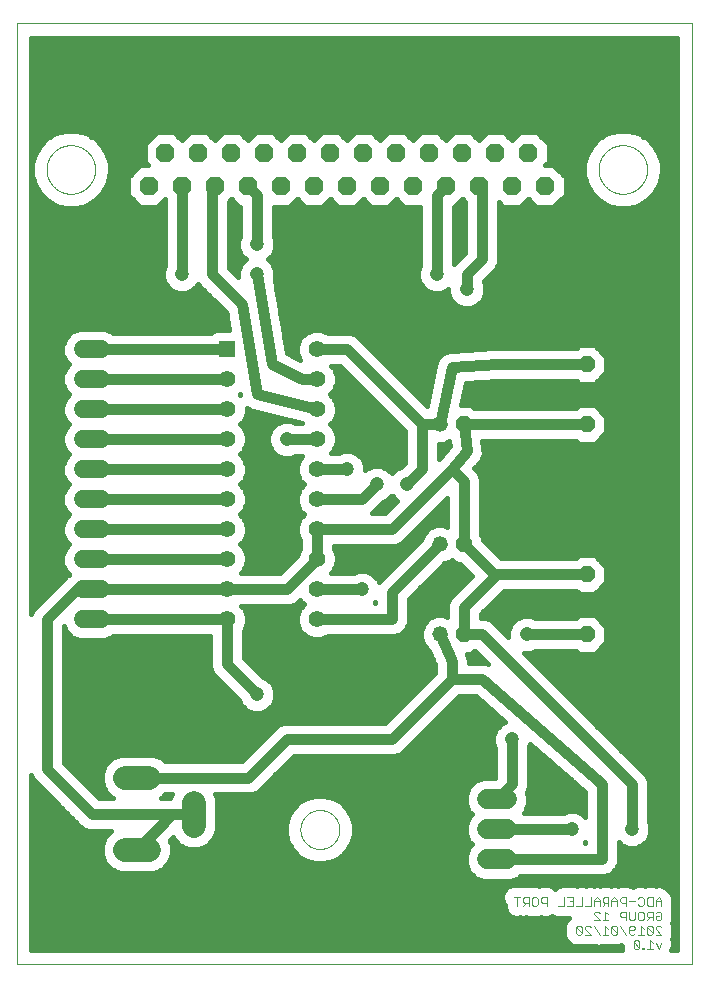
<source format=gbl>
G75*
%MOIN*%
%OFA0B0*%
%FSLAX25Y25*%
%IPPOS*%
%LPD*%
%AMOC8*
5,1,8,0,0,1.08239X$1,22.5*
%
%ADD10C,0.00000*%
%ADD11C,0.00300*%
%ADD12OC8,0.05200*%
%ADD13C,0.05200*%
%ADD14C,0.06600*%
%ADD15OC8,0.06200*%
%ADD16C,0.07874*%
%ADD17R,0.05500X0.05500*%
%ADD18C,0.05500*%
%ADD19C,0.06000*%
%ADD20C,0.03500*%
%ADD21C,0.04750*%
%ADD22C,0.01600*%
D10*
X0001800Y0001800D02*
X0001800Y0315501D01*
X0226721Y0315501D01*
X0226721Y0001800D01*
X0001800Y0001800D01*
X0096300Y0046800D02*
X0096302Y0046961D01*
X0096308Y0047121D01*
X0096318Y0047282D01*
X0096332Y0047442D01*
X0096350Y0047602D01*
X0096371Y0047761D01*
X0096397Y0047920D01*
X0096427Y0048078D01*
X0096460Y0048235D01*
X0096498Y0048392D01*
X0096539Y0048547D01*
X0096584Y0048701D01*
X0096633Y0048854D01*
X0096686Y0049006D01*
X0096742Y0049157D01*
X0096803Y0049306D01*
X0096866Y0049454D01*
X0096934Y0049600D01*
X0097005Y0049744D01*
X0097079Y0049886D01*
X0097157Y0050027D01*
X0097239Y0050165D01*
X0097324Y0050302D01*
X0097412Y0050436D01*
X0097504Y0050568D01*
X0097599Y0050698D01*
X0097697Y0050826D01*
X0097798Y0050951D01*
X0097902Y0051073D01*
X0098009Y0051193D01*
X0098119Y0051310D01*
X0098232Y0051425D01*
X0098348Y0051536D01*
X0098467Y0051645D01*
X0098588Y0051750D01*
X0098712Y0051853D01*
X0098838Y0051953D01*
X0098966Y0052049D01*
X0099097Y0052142D01*
X0099231Y0052232D01*
X0099366Y0052319D01*
X0099504Y0052402D01*
X0099643Y0052482D01*
X0099785Y0052558D01*
X0099928Y0052631D01*
X0100073Y0052700D01*
X0100220Y0052766D01*
X0100368Y0052828D01*
X0100518Y0052886D01*
X0100669Y0052941D01*
X0100822Y0052992D01*
X0100976Y0053039D01*
X0101131Y0053082D01*
X0101287Y0053121D01*
X0101443Y0053157D01*
X0101601Y0053188D01*
X0101759Y0053216D01*
X0101918Y0053240D01*
X0102078Y0053260D01*
X0102238Y0053276D01*
X0102398Y0053288D01*
X0102559Y0053296D01*
X0102720Y0053300D01*
X0102880Y0053300D01*
X0103041Y0053296D01*
X0103202Y0053288D01*
X0103362Y0053276D01*
X0103522Y0053260D01*
X0103682Y0053240D01*
X0103841Y0053216D01*
X0103999Y0053188D01*
X0104157Y0053157D01*
X0104313Y0053121D01*
X0104469Y0053082D01*
X0104624Y0053039D01*
X0104778Y0052992D01*
X0104931Y0052941D01*
X0105082Y0052886D01*
X0105232Y0052828D01*
X0105380Y0052766D01*
X0105527Y0052700D01*
X0105672Y0052631D01*
X0105815Y0052558D01*
X0105957Y0052482D01*
X0106096Y0052402D01*
X0106234Y0052319D01*
X0106369Y0052232D01*
X0106503Y0052142D01*
X0106634Y0052049D01*
X0106762Y0051953D01*
X0106888Y0051853D01*
X0107012Y0051750D01*
X0107133Y0051645D01*
X0107252Y0051536D01*
X0107368Y0051425D01*
X0107481Y0051310D01*
X0107591Y0051193D01*
X0107698Y0051073D01*
X0107802Y0050951D01*
X0107903Y0050826D01*
X0108001Y0050698D01*
X0108096Y0050568D01*
X0108188Y0050436D01*
X0108276Y0050302D01*
X0108361Y0050165D01*
X0108443Y0050027D01*
X0108521Y0049886D01*
X0108595Y0049744D01*
X0108666Y0049600D01*
X0108734Y0049454D01*
X0108797Y0049306D01*
X0108858Y0049157D01*
X0108914Y0049006D01*
X0108967Y0048854D01*
X0109016Y0048701D01*
X0109061Y0048547D01*
X0109102Y0048392D01*
X0109140Y0048235D01*
X0109173Y0048078D01*
X0109203Y0047920D01*
X0109229Y0047761D01*
X0109250Y0047602D01*
X0109268Y0047442D01*
X0109282Y0047282D01*
X0109292Y0047121D01*
X0109298Y0046961D01*
X0109300Y0046800D01*
X0109298Y0046639D01*
X0109292Y0046479D01*
X0109282Y0046318D01*
X0109268Y0046158D01*
X0109250Y0045998D01*
X0109229Y0045839D01*
X0109203Y0045680D01*
X0109173Y0045522D01*
X0109140Y0045365D01*
X0109102Y0045208D01*
X0109061Y0045053D01*
X0109016Y0044899D01*
X0108967Y0044746D01*
X0108914Y0044594D01*
X0108858Y0044443D01*
X0108797Y0044294D01*
X0108734Y0044146D01*
X0108666Y0044000D01*
X0108595Y0043856D01*
X0108521Y0043714D01*
X0108443Y0043573D01*
X0108361Y0043435D01*
X0108276Y0043298D01*
X0108188Y0043164D01*
X0108096Y0043032D01*
X0108001Y0042902D01*
X0107903Y0042774D01*
X0107802Y0042649D01*
X0107698Y0042527D01*
X0107591Y0042407D01*
X0107481Y0042290D01*
X0107368Y0042175D01*
X0107252Y0042064D01*
X0107133Y0041955D01*
X0107012Y0041850D01*
X0106888Y0041747D01*
X0106762Y0041647D01*
X0106634Y0041551D01*
X0106503Y0041458D01*
X0106369Y0041368D01*
X0106234Y0041281D01*
X0106096Y0041198D01*
X0105957Y0041118D01*
X0105815Y0041042D01*
X0105672Y0040969D01*
X0105527Y0040900D01*
X0105380Y0040834D01*
X0105232Y0040772D01*
X0105082Y0040714D01*
X0104931Y0040659D01*
X0104778Y0040608D01*
X0104624Y0040561D01*
X0104469Y0040518D01*
X0104313Y0040479D01*
X0104157Y0040443D01*
X0103999Y0040412D01*
X0103841Y0040384D01*
X0103682Y0040360D01*
X0103522Y0040340D01*
X0103362Y0040324D01*
X0103202Y0040312D01*
X0103041Y0040304D01*
X0102880Y0040300D01*
X0102720Y0040300D01*
X0102559Y0040304D01*
X0102398Y0040312D01*
X0102238Y0040324D01*
X0102078Y0040340D01*
X0101918Y0040360D01*
X0101759Y0040384D01*
X0101601Y0040412D01*
X0101443Y0040443D01*
X0101287Y0040479D01*
X0101131Y0040518D01*
X0100976Y0040561D01*
X0100822Y0040608D01*
X0100669Y0040659D01*
X0100518Y0040714D01*
X0100368Y0040772D01*
X0100220Y0040834D01*
X0100073Y0040900D01*
X0099928Y0040969D01*
X0099785Y0041042D01*
X0099643Y0041118D01*
X0099504Y0041198D01*
X0099366Y0041281D01*
X0099231Y0041368D01*
X0099097Y0041458D01*
X0098966Y0041551D01*
X0098838Y0041647D01*
X0098712Y0041747D01*
X0098588Y0041850D01*
X0098467Y0041955D01*
X0098348Y0042064D01*
X0098232Y0042175D01*
X0098119Y0042290D01*
X0098009Y0042407D01*
X0097902Y0042527D01*
X0097798Y0042649D01*
X0097697Y0042774D01*
X0097599Y0042902D01*
X0097504Y0043032D01*
X0097412Y0043164D01*
X0097324Y0043298D01*
X0097239Y0043435D01*
X0097157Y0043573D01*
X0097079Y0043714D01*
X0097005Y0043856D01*
X0096934Y0044000D01*
X0096866Y0044146D01*
X0096803Y0044294D01*
X0096742Y0044443D01*
X0096686Y0044594D01*
X0096633Y0044746D01*
X0096584Y0044899D01*
X0096539Y0045053D01*
X0096498Y0045208D01*
X0096460Y0045365D01*
X0096427Y0045522D01*
X0096397Y0045680D01*
X0096371Y0045839D01*
X0096350Y0045998D01*
X0096332Y0046158D01*
X0096318Y0046318D01*
X0096308Y0046479D01*
X0096302Y0046639D01*
X0096300Y0046800D01*
X0011700Y0266800D02*
X0011702Y0266999D01*
X0011710Y0267197D01*
X0011722Y0267396D01*
X0011739Y0267594D01*
X0011761Y0267792D01*
X0011788Y0267989D01*
X0011819Y0268185D01*
X0011856Y0268380D01*
X0011897Y0268575D01*
X0011943Y0268768D01*
X0011993Y0268960D01*
X0012049Y0269151D01*
X0012109Y0269341D01*
X0012173Y0269529D01*
X0012243Y0269715D01*
X0012317Y0269900D01*
X0012395Y0270082D01*
X0012478Y0270263D01*
X0012565Y0270442D01*
X0012656Y0270618D01*
X0012752Y0270792D01*
X0012852Y0270964D01*
X0012957Y0271133D01*
X0013065Y0271300D01*
X0013178Y0271464D01*
X0013294Y0271625D01*
X0013414Y0271783D01*
X0013539Y0271939D01*
X0013667Y0272091D01*
X0013798Y0272240D01*
X0013934Y0272385D01*
X0014072Y0272528D01*
X0014215Y0272666D01*
X0014360Y0272802D01*
X0014509Y0272933D01*
X0014661Y0273061D01*
X0014817Y0273186D01*
X0014975Y0273306D01*
X0015136Y0273422D01*
X0015300Y0273535D01*
X0015467Y0273643D01*
X0015636Y0273748D01*
X0015808Y0273848D01*
X0015982Y0273944D01*
X0016158Y0274035D01*
X0016337Y0274122D01*
X0016518Y0274205D01*
X0016700Y0274283D01*
X0016885Y0274357D01*
X0017071Y0274427D01*
X0017259Y0274491D01*
X0017449Y0274551D01*
X0017640Y0274607D01*
X0017832Y0274657D01*
X0018025Y0274703D01*
X0018220Y0274744D01*
X0018415Y0274781D01*
X0018611Y0274812D01*
X0018808Y0274839D01*
X0019006Y0274861D01*
X0019204Y0274878D01*
X0019403Y0274890D01*
X0019601Y0274898D01*
X0019800Y0274900D01*
X0019999Y0274898D01*
X0020197Y0274890D01*
X0020396Y0274878D01*
X0020594Y0274861D01*
X0020792Y0274839D01*
X0020989Y0274812D01*
X0021185Y0274781D01*
X0021380Y0274744D01*
X0021575Y0274703D01*
X0021768Y0274657D01*
X0021960Y0274607D01*
X0022151Y0274551D01*
X0022341Y0274491D01*
X0022529Y0274427D01*
X0022715Y0274357D01*
X0022900Y0274283D01*
X0023082Y0274205D01*
X0023263Y0274122D01*
X0023442Y0274035D01*
X0023618Y0273944D01*
X0023792Y0273848D01*
X0023964Y0273748D01*
X0024133Y0273643D01*
X0024300Y0273535D01*
X0024464Y0273422D01*
X0024625Y0273306D01*
X0024783Y0273186D01*
X0024939Y0273061D01*
X0025091Y0272933D01*
X0025240Y0272802D01*
X0025385Y0272666D01*
X0025528Y0272528D01*
X0025666Y0272385D01*
X0025802Y0272240D01*
X0025933Y0272091D01*
X0026061Y0271939D01*
X0026186Y0271783D01*
X0026306Y0271625D01*
X0026422Y0271464D01*
X0026535Y0271300D01*
X0026643Y0271133D01*
X0026748Y0270964D01*
X0026848Y0270792D01*
X0026944Y0270618D01*
X0027035Y0270442D01*
X0027122Y0270263D01*
X0027205Y0270082D01*
X0027283Y0269900D01*
X0027357Y0269715D01*
X0027427Y0269529D01*
X0027491Y0269341D01*
X0027551Y0269151D01*
X0027607Y0268960D01*
X0027657Y0268768D01*
X0027703Y0268575D01*
X0027744Y0268380D01*
X0027781Y0268185D01*
X0027812Y0267989D01*
X0027839Y0267792D01*
X0027861Y0267594D01*
X0027878Y0267396D01*
X0027890Y0267197D01*
X0027898Y0266999D01*
X0027900Y0266800D01*
X0027898Y0266601D01*
X0027890Y0266403D01*
X0027878Y0266204D01*
X0027861Y0266006D01*
X0027839Y0265808D01*
X0027812Y0265611D01*
X0027781Y0265415D01*
X0027744Y0265220D01*
X0027703Y0265025D01*
X0027657Y0264832D01*
X0027607Y0264640D01*
X0027551Y0264449D01*
X0027491Y0264259D01*
X0027427Y0264071D01*
X0027357Y0263885D01*
X0027283Y0263700D01*
X0027205Y0263518D01*
X0027122Y0263337D01*
X0027035Y0263158D01*
X0026944Y0262982D01*
X0026848Y0262808D01*
X0026748Y0262636D01*
X0026643Y0262467D01*
X0026535Y0262300D01*
X0026422Y0262136D01*
X0026306Y0261975D01*
X0026186Y0261817D01*
X0026061Y0261661D01*
X0025933Y0261509D01*
X0025802Y0261360D01*
X0025666Y0261215D01*
X0025528Y0261072D01*
X0025385Y0260934D01*
X0025240Y0260798D01*
X0025091Y0260667D01*
X0024939Y0260539D01*
X0024783Y0260414D01*
X0024625Y0260294D01*
X0024464Y0260178D01*
X0024300Y0260065D01*
X0024133Y0259957D01*
X0023964Y0259852D01*
X0023792Y0259752D01*
X0023618Y0259656D01*
X0023442Y0259565D01*
X0023263Y0259478D01*
X0023082Y0259395D01*
X0022900Y0259317D01*
X0022715Y0259243D01*
X0022529Y0259173D01*
X0022341Y0259109D01*
X0022151Y0259049D01*
X0021960Y0258993D01*
X0021768Y0258943D01*
X0021575Y0258897D01*
X0021380Y0258856D01*
X0021185Y0258819D01*
X0020989Y0258788D01*
X0020792Y0258761D01*
X0020594Y0258739D01*
X0020396Y0258722D01*
X0020197Y0258710D01*
X0019999Y0258702D01*
X0019800Y0258700D01*
X0019601Y0258702D01*
X0019403Y0258710D01*
X0019204Y0258722D01*
X0019006Y0258739D01*
X0018808Y0258761D01*
X0018611Y0258788D01*
X0018415Y0258819D01*
X0018220Y0258856D01*
X0018025Y0258897D01*
X0017832Y0258943D01*
X0017640Y0258993D01*
X0017449Y0259049D01*
X0017259Y0259109D01*
X0017071Y0259173D01*
X0016885Y0259243D01*
X0016700Y0259317D01*
X0016518Y0259395D01*
X0016337Y0259478D01*
X0016158Y0259565D01*
X0015982Y0259656D01*
X0015808Y0259752D01*
X0015636Y0259852D01*
X0015467Y0259957D01*
X0015300Y0260065D01*
X0015136Y0260178D01*
X0014975Y0260294D01*
X0014817Y0260414D01*
X0014661Y0260539D01*
X0014509Y0260667D01*
X0014360Y0260798D01*
X0014215Y0260934D01*
X0014072Y0261072D01*
X0013934Y0261215D01*
X0013798Y0261360D01*
X0013667Y0261509D01*
X0013539Y0261661D01*
X0013414Y0261817D01*
X0013294Y0261975D01*
X0013178Y0262136D01*
X0013065Y0262300D01*
X0012957Y0262467D01*
X0012852Y0262636D01*
X0012752Y0262808D01*
X0012656Y0262982D01*
X0012565Y0263158D01*
X0012478Y0263337D01*
X0012395Y0263518D01*
X0012317Y0263700D01*
X0012243Y0263885D01*
X0012173Y0264071D01*
X0012109Y0264259D01*
X0012049Y0264449D01*
X0011993Y0264640D01*
X0011943Y0264832D01*
X0011897Y0265025D01*
X0011856Y0265220D01*
X0011819Y0265415D01*
X0011788Y0265611D01*
X0011761Y0265808D01*
X0011739Y0266006D01*
X0011722Y0266204D01*
X0011710Y0266403D01*
X0011702Y0266601D01*
X0011700Y0266800D01*
X0195700Y0266800D02*
X0195702Y0266999D01*
X0195710Y0267197D01*
X0195722Y0267396D01*
X0195739Y0267594D01*
X0195761Y0267792D01*
X0195788Y0267989D01*
X0195819Y0268185D01*
X0195856Y0268380D01*
X0195897Y0268575D01*
X0195943Y0268768D01*
X0195993Y0268960D01*
X0196049Y0269151D01*
X0196109Y0269341D01*
X0196173Y0269529D01*
X0196243Y0269715D01*
X0196317Y0269900D01*
X0196395Y0270082D01*
X0196478Y0270263D01*
X0196565Y0270442D01*
X0196656Y0270618D01*
X0196752Y0270792D01*
X0196852Y0270964D01*
X0196957Y0271133D01*
X0197065Y0271300D01*
X0197178Y0271464D01*
X0197294Y0271625D01*
X0197414Y0271783D01*
X0197539Y0271939D01*
X0197667Y0272091D01*
X0197798Y0272240D01*
X0197934Y0272385D01*
X0198072Y0272528D01*
X0198215Y0272666D01*
X0198360Y0272802D01*
X0198509Y0272933D01*
X0198661Y0273061D01*
X0198817Y0273186D01*
X0198975Y0273306D01*
X0199136Y0273422D01*
X0199300Y0273535D01*
X0199467Y0273643D01*
X0199636Y0273748D01*
X0199808Y0273848D01*
X0199982Y0273944D01*
X0200158Y0274035D01*
X0200337Y0274122D01*
X0200518Y0274205D01*
X0200700Y0274283D01*
X0200885Y0274357D01*
X0201071Y0274427D01*
X0201259Y0274491D01*
X0201449Y0274551D01*
X0201640Y0274607D01*
X0201832Y0274657D01*
X0202025Y0274703D01*
X0202220Y0274744D01*
X0202415Y0274781D01*
X0202611Y0274812D01*
X0202808Y0274839D01*
X0203006Y0274861D01*
X0203204Y0274878D01*
X0203403Y0274890D01*
X0203601Y0274898D01*
X0203800Y0274900D01*
X0203999Y0274898D01*
X0204197Y0274890D01*
X0204396Y0274878D01*
X0204594Y0274861D01*
X0204792Y0274839D01*
X0204989Y0274812D01*
X0205185Y0274781D01*
X0205380Y0274744D01*
X0205575Y0274703D01*
X0205768Y0274657D01*
X0205960Y0274607D01*
X0206151Y0274551D01*
X0206341Y0274491D01*
X0206529Y0274427D01*
X0206715Y0274357D01*
X0206900Y0274283D01*
X0207082Y0274205D01*
X0207263Y0274122D01*
X0207442Y0274035D01*
X0207618Y0273944D01*
X0207792Y0273848D01*
X0207964Y0273748D01*
X0208133Y0273643D01*
X0208300Y0273535D01*
X0208464Y0273422D01*
X0208625Y0273306D01*
X0208783Y0273186D01*
X0208939Y0273061D01*
X0209091Y0272933D01*
X0209240Y0272802D01*
X0209385Y0272666D01*
X0209528Y0272528D01*
X0209666Y0272385D01*
X0209802Y0272240D01*
X0209933Y0272091D01*
X0210061Y0271939D01*
X0210186Y0271783D01*
X0210306Y0271625D01*
X0210422Y0271464D01*
X0210535Y0271300D01*
X0210643Y0271133D01*
X0210748Y0270964D01*
X0210848Y0270792D01*
X0210944Y0270618D01*
X0211035Y0270442D01*
X0211122Y0270263D01*
X0211205Y0270082D01*
X0211283Y0269900D01*
X0211357Y0269715D01*
X0211427Y0269529D01*
X0211491Y0269341D01*
X0211551Y0269151D01*
X0211607Y0268960D01*
X0211657Y0268768D01*
X0211703Y0268575D01*
X0211744Y0268380D01*
X0211781Y0268185D01*
X0211812Y0267989D01*
X0211839Y0267792D01*
X0211861Y0267594D01*
X0211878Y0267396D01*
X0211890Y0267197D01*
X0211898Y0266999D01*
X0211900Y0266800D01*
X0211898Y0266601D01*
X0211890Y0266403D01*
X0211878Y0266204D01*
X0211861Y0266006D01*
X0211839Y0265808D01*
X0211812Y0265611D01*
X0211781Y0265415D01*
X0211744Y0265220D01*
X0211703Y0265025D01*
X0211657Y0264832D01*
X0211607Y0264640D01*
X0211551Y0264449D01*
X0211491Y0264259D01*
X0211427Y0264071D01*
X0211357Y0263885D01*
X0211283Y0263700D01*
X0211205Y0263518D01*
X0211122Y0263337D01*
X0211035Y0263158D01*
X0210944Y0262982D01*
X0210848Y0262808D01*
X0210748Y0262636D01*
X0210643Y0262467D01*
X0210535Y0262300D01*
X0210422Y0262136D01*
X0210306Y0261975D01*
X0210186Y0261817D01*
X0210061Y0261661D01*
X0209933Y0261509D01*
X0209802Y0261360D01*
X0209666Y0261215D01*
X0209528Y0261072D01*
X0209385Y0260934D01*
X0209240Y0260798D01*
X0209091Y0260667D01*
X0208939Y0260539D01*
X0208783Y0260414D01*
X0208625Y0260294D01*
X0208464Y0260178D01*
X0208300Y0260065D01*
X0208133Y0259957D01*
X0207964Y0259852D01*
X0207792Y0259752D01*
X0207618Y0259656D01*
X0207442Y0259565D01*
X0207263Y0259478D01*
X0207082Y0259395D01*
X0206900Y0259317D01*
X0206715Y0259243D01*
X0206529Y0259173D01*
X0206341Y0259109D01*
X0206151Y0259049D01*
X0205960Y0258993D01*
X0205768Y0258943D01*
X0205575Y0258897D01*
X0205380Y0258856D01*
X0205185Y0258819D01*
X0204989Y0258788D01*
X0204792Y0258761D01*
X0204594Y0258739D01*
X0204396Y0258722D01*
X0204197Y0258710D01*
X0203999Y0258702D01*
X0203800Y0258700D01*
X0203601Y0258702D01*
X0203403Y0258710D01*
X0203204Y0258722D01*
X0203006Y0258739D01*
X0202808Y0258761D01*
X0202611Y0258788D01*
X0202415Y0258819D01*
X0202220Y0258856D01*
X0202025Y0258897D01*
X0201832Y0258943D01*
X0201640Y0258993D01*
X0201449Y0259049D01*
X0201259Y0259109D01*
X0201071Y0259173D01*
X0200885Y0259243D01*
X0200700Y0259317D01*
X0200518Y0259395D01*
X0200337Y0259478D01*
X0200158Y0259565D01*
X0199982Y0259656D01*
X0199808Y0259752D01*
X0199636Y0259852D01*
X0199467Y0259957D01*
X0199300Y0260065D01*
X0199136Y0260178D01*
X0198975Y0260294D01*
X0198817Y0260414D01*
X0198661Y0260539D01*
X0198509Y0260667D01*
X0198360Y0260798D01*
X0198215Y0260934D01*
X0198072Y0261072D01*
X0197934Y0261215D01*
X0197798Y0261360D01*
X0197667Y0261509D01*
X0197539Y0261661D01*
X0197414Y0261817D01*
X0197294Y0261975D01*
X0197178Y0262136D01*
X0197065Y0262300D01*
X0196957Y0262467D01*
X0196852Y0262636D01*
X0196752Y0262808D01*
X0196656Y0262982D01*
X0196565Y0263158D01*
X0196478Y0263337D01*
X0196395Y0263518D01*
X0196317Y0263700D01*
X0196243Y0263885D01*
X0196173Y0264071D01*
X0196109Y0264259D01*
X0196049Y0264449D01*
X0195993Y0264640D01*
X0195943Y0264832D01*
X0195897Y0265025D01*
X0195856Y0265220D01*
X0195819Y0265415D01*
X0195788Y0265611D01*
X0195761Y0265808D01*
X0195739Y0266006D01*
X0195722Y0266204D01*
X0195710Y0266403D01*
X0195702Y0266601D01*
X0195700Y0266800D01*
D11*
X0195057Y0024252D02*
X0194089Y0023285D01*
X0194089Y0021350D01*
X0193078Y0021350D02*
X0191143Y0021350D01*
X0190131Y0021350D02*
X0188196Y0021350D01*
X0187185Y0021350D02*
X0187185Y0024252D01*
X0185250Y0024252D01*
X0184238Y0024252D02*
X0184238Y0021350D01*
X0182303Y0021350D01*
X0178345Y0021350D02*
X0178345Y0024252D01*
X0176894Y0024252D01*
X0176410Y0023769D01*
X0176410Y0022801D01*
X0176894Y0022317D01*
X0178345Y0022317D01*
X0175399Y0021834D02*
X0174915Y0021350D01*
X0173948Y0021350D01*
X0173464Y0021834D01*
X0173464Y0023769D01*
X0173948Y0024252D01*
X0174915Y0024252D01*
X0175399Y0023769D01*
X0175399Y0021834D01*
X0172452Y0022317D02*
X0171001Y0022317D01*
X0170517Y0022801D01*
X0170517Y0023769D01*
X0171001Y0024252D01*
X0172452Y0024252D01*
X0172452Y0021350D01*
X0171485Y0022317D02*
X0170517Y0021350D01*
X0168538Y0021350D02*
X0168538Y0024252D01*
X0167571Y0024252D02*
X0169506Y0024252D01*
X0185250Y0021350D02*
X0187185Y0021350D01*
X0187185Y0022801D02*
X0186217Y0022801D01*
X0190131Y0024252D02*
X0190131Y0021350D01*
X0193078Y0021350D02*
X0193078Y0024252D01*
X0194089Y0022801D02*
X0196024Y0022801D01*
X0196024Y0023285D02*
X0195057Y0024252D01*
X0196024Y0023285D02*
X0196024Y0021350D01*
X0197036Y0021350D02*
X0198003Y0022317D01*
X0197520Y0022317D02*
X0198971Y0022317D01*
X0198971Y0021350D02*
X0198971Y0024252D01*
X0197520Y0024252D01*
X0197036Y0023769D01*
X0197036Y0022801D01*
X0197520Y0022317D01*
X0199982Y0022801D02*
X0201917Y0022801D01*
X0201917Y0023285D02*
X0200950Y0024252D01*
X0199982Y0023285D01*
X0199982Y0021350D01*
X0201917Y0021350D02*
X0201917Y0023285D01*
X0202929Y0023769D02*
X0202929Y0022801D01*
X0203413Y0022317D01*
X0204864Y0022317D01*
X0204864Y0021350D02*
X0204864Y0024252D01*
X0203413Y0024252D01*
X0202929Y0023769D01*
X0203413Y0019452D02*
X0202929Y0018969D01*
X0202929Y0018001D01*
X0203413Y0017517D01*
X0204864Y0017517D01*
X0204864Y0016550D02*
X0204864Y0019452D01*
X0203413Y0019452D01*
X0198971Y0018485D02*
X0198003Y0019452D01*
X0198003Y0016550D01*
X0197036Y0016550D02*
X0198971Y0016550D01*
X0198003Y0014652D02*
X0198003Y0011750D01*
X0197036Y0011750D02*
X0198971Y0011750D01*
X0199982Y0012234D02*
X0200466Y0011750D01*
X0201434Y0011750D01*
X0201917Y0012234D01*
X0199982Y0014169D01*
X0199982Y0012234D01*
X0198971Y0013685D02*
X0198003Y0014652D01*
X0199982Y0014169D02*
X0200466Y0014652D01*
X0201434Y0014652D01*
X0201917Y0014169D01*
X0201917Y0012234D01*
X0202929Y0014652D02*
X0204864Y0011750D01*
X0205875Y0012234D02*
X0205875Y0014169D01*
X0206359Y0014652D01*
X0207327Y0014652D01*
X0207810Y0014169D01*
X0207810Y0013685D01*
X0207327Y0013201D01*
X0205875Y0013201D01*
X0205875Y0012234D02*
X0206359Y0011750D01*
X0207327Y0011750D01*
X0207810Y0012234D01*
X0208822Y0011750D02*
X0210757Y0011750D01*
X0209789Y0011750D02*
X0209789Y0014652D01*
X0210757Y0013685D01*
X0211769Y0014169D02*
X0213703Y0012234D01*
X0213220Y0011750D01*
X0212252Y0011750D01*
X0211769Y0012234D01*
X0211769Y0014169D01*
X0212252Y0014652D01*
X0213220Y0014652D01*
X0213703Y0014169D01*
X0213703Y0012234D01*
X0214715Y0011750D02*
X0216650Y0011750D01*
X0214715Y0013685D01*
X0214715Y0014169D01*
X0215199Y0014652D01*
X0216166Y0014652D01*
X0216650Y0014169D01*
X0216166Y0016550D02*
X0215199Y0016550D01*
X0214715Y0017034D01*
X0214715Y0018001D01*
X0215683Y0018001D01*
X0216650Y0017034D02*
X0216166Y0016550D01*
X0216650Y0017034D02*
X0216650Y0018969D01*
X0216166Y0019452D01*
X0215199Y0019452D01*
X0214715Y0018969D01*
X0213703Y0019452D02*
X0213703Y0016550D01*
X0213703Y0017517D02*
X0212252Y0017517D01*
X0211769Y0018001D01*
X0211769Y0018969D01*
X0212252Y0019452D01*
X0213703Y0019452D01*
X0213703Y0021350D02*
X0212252Y0021350D01*
X0211769Y0021834D01*
X0211769Y0023769D01*
X0212252Y0024252D01*
X0213703Y0024252D01*
X0213703Y0021350D01*
X0214715Y0021350D02*
X0214715Y0023285D01*
X0215683Y0024252D01*
X0216650Y0023285D01*
X0216650Y0021350D01*
X0216650Y0022801D02*
X0214715Y0022801D01*
X0210757Y0021834D02*
X0210273Y0021350D01*
X0209306Y0021350D01*
X0208822Y0021834D01*
X0207810Y0022801D02*
X0205875Y0022801D01*
X0208822Y0023769D02*
X0209306Y0024252D01*
X0210273Y0024252D01*
X0210757Y0023769D01*
X0210757Y0021834D01*
X0210273Y0019452D02*
X0210757Y0018969D01*
X0210757Y0017034D01*
X0210273Y0016550D01*
X0209306Y0016550D01*
X0208822Y0017034D01*
X0208822Y0018969D01*
X0209306Y0019452D01*
X0210273Y0019452D01*
X0207810Y0019452D02*
X0207810Y0017034D01*
X0207327Y0016550D01*
X0206359Y0016550D01*
X0205875Y0017034D01*
X0205875Y0019452D01*
X0211769Y0016550D02*
X0212736Y0017517D01*
X0212736Y0009852D02*
X0212736Y0006950D01*
X0213703Y0006950D02*
X0211769Y0006950D01*
X0210757Y0006950D02*
X0210273Y0006950D01*
X0210273Y0007434D01*
X0210757Y0007434D01*
X0210757Y0006950D01*
X0209284Y0007434D02*
X0207349Y0009369D01*
X0207349Y0007434D01*
X0207832Y0006950D01*
X0208800Y0006950D01*
X0209284Y0007434D01*
X0209284Y0009369D01*
X0208800Y0009852D01*
X0207832Y0009852D01*
X0207349Y0009369D01*
X0212736Y0009852D02*
X0213703Y0008885D01*
X0214715Y0008885D02*
X0215683Y0006950D01*
X0216650Y0008885D01*
X0196024Y0011750D02*
X0194089Y0014652D01*
X0193078Y0014169D02*
X0192594Y0014652D01*
X0191627Y0014652D01*
X0191143Y0014169D01*
X0191143Y0013685D01*
X0193078Y0011750D01*
X0191143Y0011750D01*
X0190131Y0012234D02*
X0188196Y0014169D01*
X0188196Y0012234D01*
X0188680Y0011750D01*
X0189648Y0011750D01*
X0190131Y0012234D01*
X0190131Y0014169D01*
X0189648Y0014652D01*
X0188680Y0014652D01*
X0188196Y0014169D01*
X0194089Y0016550D02*
X0196024Y0016550D01*
X0194089Y0018485D01*
X0194089Y0018969D01*
X0194573Y0019452D01*
X0195541Y0019452D01*
X0196024Y0018969D01*
D12*
X0191800Y0111800D03*
X0191800Y0131800D03*
X0191800Y0181800D03*
X0191800Y0201800D03*
X0150800Y0181800D03*
X0150800Y0141800D03*
X0150800Y0111800D03*
D13*
X0142800Y0111800D03*
X0142800Y0141800D03*
X0142800Y0181800D03*
D14*
X0158500Y0056800D02*
X0165100Y0056800D01*
X0165100Y0046800D02*
X0158500Y0046800D01*
X0158500Y0036800D02*
X0165100Y0036800D01*
D15*
X0166800Y0261300D03*
X0161300Y0272300D03*
X0155800Y0261300D03*
X0150300Y0272300D03*
X0144800Y0261300D03*
X0139300Y0272300D03*
X0133800Y0261300D03*
X0128300Y0272300D03*
X0122800Y0261300D03*
X0117300Y0272300D03*
X0111800Y0261300D03*
X0106300Y0272300D03*
X0100800Y0261300D03*
X0095300Y0272300D03*
X0089800Y0261300D03*
X0084300Y0272300D03*
X0078800Y0261300D03*
X0073300Y0272300D03*
X0067800Y0261300D03*
X0062300Y0272300D03*
X0056800Y0261300D03*
X0051300Y0272300D03*
X0045800Y0261300D03*
X0172300Y0272300D03*
X0177800Y0261300D03*
D16*
X0045737Y0064005D02*
X0037863Y0064005D01*
X0037863Y0039989D02*
X0045737Y0039989D01*
X0060698Y0047863D02*
X0060698Y0055737D01*
D17*
X0071800Y0206800D03*
D18*
X0071800Y0196800D03*
X0071800Y0186800D03*
X0071800Y0176800D03*
X0071800Y0166800D03*
X0071800Y0156800D03*
X0071800Y0146800D03*
X0071800Y0136800D03*
X0071800Y0126800D03*
X0071800Y0116800D03*
X0101800Y0116800D03*
X0101800Y0126800D03*
X0101800Y0136800D03*
X0101800Y0146800D03*
X0101800Y0156800D03*
X0101800Y0166800D03*
X0101800Y0176800D03*
X0101800Y0186800D03*
X0101800Y0196800D03*
X0101800Y0206800D03*
D19*
X0029800Y0206800D02*
X0023800Y0206800D01*
X0023800Y0196800D02*
X0029800Y0196800D01*
X0029800Y0186800D02*
X0023800Y0186800D01*
X0023800Y0176800D02*
X0029800Y0176800D01*
X0029800Y0166800D02*
X0023800Y0166800D01*
X0023800Y0156800D02*
X0029800Y0156800D01*
X0029800Y0146800D02*
X0023800Y0146800D01*
X0023800Y0136800D02*
X0029800Y0136800D01*
X0029800Y0126800D02*
X0023800Y0126800D01*
X0023800Y0116800D02*
X0029800Y0116800D01*
D20*
X0026800Y0116800D02*
X0071800Y0116800D01*
X0071800Y0101800D01*
X0081800Y0091800D01*
X0091800Y0076800D02*
X0126800Y0076800D01*
X0146800Y0096800D01*
X0146800Y0102800D01*
X0142800Y0111800D01*
X0150800Y0111800D02*
X0156800Y0111800D01*
X0206800Y0061800D01*
X0206800Y0046800D01*
X0196800Y0036800D02*
X0196800Y0061800D01*
X0156800Y0096800D01*
X0146800Y0096800D01*
X0150800Y0111800D02*
X0150800Y0120800D01*
X0161800Y0131800D01*
X0160800Y0131800D01*
X0150800Y0141800D01*
X0150800Y0162800D01*
X0146800Y0166800D01*
X0151800Y0172800D01*
X0150800Y0181800D01*
X0191800Y0181800D01*
X0191800Y0201800D02*
X0161800Y0201800D01*
X0146800Y0200800D01*
X0142800Y0181800D01*
X0136800Y0181800D01*
X0136800Y0166800D01*
X0131800Y0161800D01*
X0121800Y0161800D02*
X0116800Y0156800D01*
X0101800Y0156800D01*
X0101800Y0146800D02*
X0126800Y0146800D01*
X0146800Y0166800D01*
X0136800Y0181800D02*
X0111800Y0206800D01*
X0101800Y0206800D01*
X0101800Y0196800D02*
X0096800Y0196800D01*
X0086800Y0201800D01*
X0081800Y0231800D01*
X0081800Y0241800D02*
X0081800Y0258300D01*
X0078800Y0261300D01*
X0067800Y0261300D02*
X0066800Y0260300D01*
X0066800Y0231800D01*
X0076800Y0221800D01*
X0081800Y0191800D01*
X0101800Y0186800D01*
X0101800Y0176800D02*
X0091800Y0176800D01*
X0101800Y0166800D02*
X0111800Y0166800D01*
X0101800Y0146800D02*
X0101800Y0136800D01*
X0091800Y0126800D01*
X0071800Y0126800D01*
X0026800Y0126800D01*
X0021800Y0126800D01*
X0011800Y0116800D01*
X0011800Y0066800D01*
X0026800Y0051800D01*
X0060698Y0051800D01*
X0053611Y0051800D02*
X0041800Y0039989D01*
X0041800Y0064005D02*
X0079005Y0064005D01*
X0091800Y0076800D01*
X0101800Y0116800D02*
X0126800Y0116800D01*
X0126800Y0125800D01*
X0142800Y0141800D01*
X0161800Y0131800D02*
X0191800Y0131800D01*
X0191800Y0111800D02*
X0171800Y0111800D01*
X0166800Y0076800D02*
X0166800Y0061800D01*
X0161800Y0056800D01*
X0161800Y0046800D02*
X0186800Y0046800D01*
X0196800Y0036800D02*
X0161800Y0036800D01*
X0116800Y0126800D02*
X0101800Y0126800D01*
X0071800Y0136800D02*
X0026800Y0136800D01*
X0026800Y0146800D02*
X0071800Y0146800D01*
X0071800Y0156800D02*
X0026800Y0156800D01*
X0026800Y0166800D02*
X0071800Y0166800D01*
X0071800Y0176800D02*
X0026800Y0176800D01*
X0026800Y0186800D02*
X0071800Y0186800D01*
X0071800Y0196800D02*
X0026800Y0196800D01*
X0026800Y0206800D02*
X0071800Y0206800D01*
X0056800Y0231800D02*
X0056800Y0261300D01*
X0141800Y0258300D02*
X0141800Y0231800D01*
X0151800Y0231800D02*
X0151800Y0226800D01*
X0151800Y0231800D02*
X0156800Y0236800D01*
X0156800Y0260300D01*
X0155800Y0261300D01*
X0144800Y0261300D02*
X0141800Y0258300D01*
D21*
X0141800Y0231800D03*
X0151800Y0226800D03*
X0111800Y0166800D03*
X0121800Y0161800D03*
X0131800Y0161800D03*
X0116800Y0126800D03*
X0081800Y0091800D03*
X0091800Y0176800D03*
X0081800Y0231800D03*
X0081800Y0241800D03*
X0056800Y0231800D03*
X0166800Y0076800D03*
X0186800Y0046800D03*
X0206800Y0046800D03*
X0171800Y0111800D03*
D22*
X0174537Y0117350D02*
X0173028Y0117975D01*
X0170572Y0117975D01*
X0168302Y0117035D01*
X0166565Y0115298D01*
X0165625Y0113028D01*
X0165625Y0110824D01*
X0159944Y0116505D01*
X0157904Y0117350D01*
X0156350Y0117350D01*
X0156350Y0118501D01*
X0164099Y0126250D01*
X0188299Y0126250D01*
X0189149Y0125400D01*
X0194451Y0125400D01*
X0198200Y0129149D01*
X0198200Y0134451D01*
X0194451Y0138200D01*
X0189149Y0138200D01*
X0188299Y0137350D01*
X0163099Y0137350D01*
X0157200Y0143249D01*
X0157200Y0144451D01*
X0156350Y0145301D01*
X0156350Y0163904D01*
X0155505Y0165944D01*
X0154308Y0167141D01*
X0155394Y0168443D01*
X0155444Y0168471D01*
X0156099Y0169289D01*
X0156770Y0170095D01*
X0156787Y0170150D01*
X0156823Y0170195D01*
X0157115Y0171202D01*
X0157427Y0172203D01*
X0157422Y0172260D01*
X0157438Y0172316D01*
X0157322Y0173358D01*
X0157227Y0174402D01*
X0157200Y0174453D01*
X0157001Y0176250D01*
X0188299Y0176250D01*
X0189149Y0175400D01*
X0194451Y0175400D01*
X0198200Y0179149D01*
X0198200Y0184451D01*
X0194451Y0188200D01*
X0189149Y0188200D01*
X0188299Y0187350D01*
X0154301Y0187350D01*
X0153451Y0188200D01*
X0149819Y0188200D01*
X0151365Y0195542D01*
X0161985Y0196250D01*
X0188299Y0196250D01*
X0189149Y0195400D01*
X0194451Y0195400D01*
X0198200Y0199149D01*
X0198200Y0204451D01*
X0194451Y0208200D01*
X0189149Y0208200D01*
X0188299Y0207350D01*
X0162713Y0207350D01*
X0162532Y0207411D01*
X0161615Y0207350D01*
X0160696Y0207350D01*
X0160520Y0207277D01*
X0147194Y0206389D01*
X0146863Y0206458D01*
X0146102Y0206316D01*
X0145329Y0206264D01*
X0145026Y0206114D01*
X0144693Y0206052D01*
X0144044Y0205629D01*
X0143350Y0205286D01*
X0143127Y0205031D01*
X0142844Y0204846D01*
X0142406Y0204207D01*
X0141896Y0203624D01*
X0141788Y0203303D01*
X0141596Y0203024D01*
X0141437Y0202266D01*
X0141189Y0201532D01*
X0141211Y0201194D01*
X0138436Y0188013D01*
X0116505Y0209944D01*
X0114944Y0211505D01*
X0112904Y0212350D01*
X0105513Y0212350D01*
X0105510Y0212353D01*
X0103103Y0213350D01*
X0100497Y0213350D01*
X0098090Y0212353D01*
X0096247Y0210510D01*
X0095250Y0208103D01*
X0095250Y0205497D01*
X0096147Y0203332D01*
X0091810Y0205500D01*
X0087730Y0229980D01*
X0087975Y0230572D01*
X0087975Y0233028D01*
X0087035Y0235298D01*
X0085532Y0236800D01*
X0087035Y0238302D01*
X0087975Y0240572D01*
X0087975Y0243028D01*
X0087350Y0244537D01*
X0087350Y0254400D01*
X0092658Y0254400D01*
X0095300Y0257042D01*
X0097942Y0254400D01*
X0103658Y0254400D01*
X0106300Y0257042D01*
X0108942Y0254400D01*
X0114658Y0254400D01*
X0117300Y0257042D01*
X0119942Y0254400D01*
X0125658Y0254400D01*
X0128300Y0257042D01*
X0130942Y0254400D01*
X0136250Y0254400D01*
X0136250Y0234537D01*
X0135625Y0233028D01*
X0135625Y0230572D01*
X0136565Y0228302D01*
X0138302Y0226565D01*
X0140572Y0225625D01*
X0143028Y0225625D01*
X0145298Y0226565D01*
X0145625Y0226893D01*
X0145625Y0225572D01*
X0146565Y0223302D01*
X0148302Y0221565D01*
X0150572Y0220625D01*
X0153028Y0220625D01*
X0155298Y0221565D01*
X0157035Y0223302D01*
X0157975Y0225572D01*
X0157975Y0228028D01*
X0157360Y0229512D01*
X0159944Y0232095D01*
X0161505Y0233656D01*
X0162350Y0235696D01*
X0162350Y0255992D01*
X0163942Y0254400D01*
X0169658Y0254400D01*
X0172300Y0257042D01*
X0174942Y0254400D01*
X0180658Y0254400D01*
X0184700Y0258442D01*
X0184700Y0264158D01*
X0180658Y0268200D01*
X0177958Y0268200D01*
X0179200Y0269442D01*
X0179200Y0275158D01*
X0175158Y0279200D01*
X0169442Y0279200D01*
X0166800Y0276558D01*
X0164158Y0279200D01*
X0158442Y0279200D01*
X0155800Y0276558D01*
X0153158Y0279200D01*
X0147442Y0279200D01*
X0144800Y0276558D01*
X0142158Y0279200D01*
X0136442Y0279200D01*
X0133800Y0276558D01*
X0131158Y0279200D01*
X0125442Y0279200D01*
X0122800Y0276558D01*
X0120158Y0279200D01*
X0114442Y0279200D01*
X0111800Y0276558D01*
X0109158Y0279200D01*
X0103442Y0279200D01*
X0100800Y0276558D01*
X0098158Y0279200D01*
X0092442Y0279200D01*
X0089800Y0276558D01*
X0087158Y0279200D01*
X0081442Y0279200D01*
X0078800Y0276558D01*
X0076158Y0279200D01*
X0070442Y0279200D01*
X0067800Y0276558D01*
X0065158Y0279200D01*
X0059442Y0279200D01*
X0056800Y0276558D01*
X0054158Y0279200D01*
X0048442Y0279200D01*
X0044400Y0275158D01*
X0044400Y0269442D01*
X0045642Y0268200D01*
X0042942Y0268200D01*
X0038900Y0264158D01*
X0038900Y0258442D01*
X0042942Y0254400D01*
X0048658Y0254400D01*
X0051250Y0256992D01*
X0051250Y0234537D01*
X0050625Y0233028D01*
X0050625Y0230572D01*
X0051565Y0228302D01*
X0053302Y0226565D01*
X0055572Y0225625D01*
X0058028Y0225625D01*
X0060298Y0226565D01*
X0062035Y0228302D01*
X0062156Y0228595D01*
X0063656Y0227095D01*
X0071618Y0219133D01*
X0072582Y0213350D01*
X0068294Y0213350D01*
X0066897Y0212771D01*
X0066476Y0212350D01*
X0033867Y0212350D01*
X0033652Y0212565D01*
X0031153Y0213600D01*
X0022447Y0213600D01*
X0019948Y0212565D01*
X0018035Y0210652D01*
X0017000Y0208153D01*
X0017000Y0205447D01*
X0018035Y0202948D01*
X0019183Y0201800D01*
X0018035Y0200652D01*
X0017000Y0198153D01*
X0017000Y0195447D01*
X0018035Y0192948D01*
X0019183Y0191800D01*
X0018035Y0190652D01*
X0017000Y0188153D01*
X0017000Y0185447D01*
X0018035Y0182948D01*
X0019183Y0181800D01*
X0018035Y0180652D01*
X0017000Y0178153D01*
X0017000Y0175447D01*
X0018035Y0172948D01*
X0019183Y0171800D01*
X0018035Y0170652D01*
X0017000Y0168153D01*
X0017000Y0165447D01*
X0018035Y0162948D01*
X0019183Y0161800D01*
X0018035Y0160652D01*
X0017000Y0158153D01*
X0017000Y0155447D01*
X0018035Y0152948D01*
X0019183Y0151800D01*
X0018035Y0150652D01*
X0017000Y0148153D01*
X0017000Y0145447D01*
X0018035Y0142948D01*
X0019183Y0141800D01*
X0018035Y0140652D01*
X0017000Y0138153D01*
X0017000Y0135447D01*
X0018035Y0132948D01*
X0019183Y0131800D01*
X0019053Y0131669D01*
X0018656Y0131505D01*
X0017095Y0129944D01*
X0017095Y0129944D01*
X0007095Y0119944D01*
X0006600Y0118749D01*
X0006600Y0310701D01*
X0221921Y0310701D01*
X0221921Y0006600D01*
X0219924Y0006600D01*
X0220534Y0007821D01*
X0220646Y0009389D01*
X0220334Y0010323D01*
X0220600Y0010964D01*
X0220600Y0012536D01*
X0220424Y0012959D01*
X0220600Y0013383D01*
X0220600Y0014954D01*
X0220332Y0015601D01*
X0220600Y0016248D01*
X0220600Y0018977D01*
X0220600Y0019754D01*
X0220600Y0019754D01*
X0220600Y0019754D01*
X0220433Y0020156D01*
X0220432Y0020159D01*
X0220600Y0020564D01*
X0220600Y0024071D01*
X0220109Y0025256D01*
X0219999Y0025522D01*
X0219999Y0025522D01*
X0219999Y0025522D01*
X0219316Y0026205D01*
X0219031Y0026490D01*
X0218602Y0026919D01*
X0217920Y0027601D01*
X0217920Y0027601D01*
X0217920Y0027601D01*
X0217654Y0027711D01*
X0216468Y0028202D01*
X0214897Y0028202D01*
X0214693Y0028118D01*
X0214489Y0028202D01*
X0211467Y0028202D01*
X0211263Y0028118D01*
X0211059Y0028202D01*
X0211059Y0028202D01*
X0211059Y0028202D01*
X0210282Y0028202D01*
X0209488Y0028202D01*
X0209488Y0028202D01*
X0208520Y0028202D01*
X0207085Y0027608D01*
X0205650Y0028202D01*
X0202627Y0028202D01*
X0202181Y0028018D01*
X0201736Y0028202D01*
X0200164Y0028202D01*
X0199960Y0028118D01*
X0199757Y0028202D01*
X0196734Y0028202D01*
X0196288Y0028018D01*
X0195843Y0028202D01*
X0194271Y0028202D01*
X0194067Y0028118D01*
X0193864Y0028202D01*
X0192292Y0028202D01*
X0191605Y0027918D01*
X0190917Y0028202D01*
X0189346Y0028202D01*
X0188658Y0027918D01*
X0187971Y0028202D01*
X0183453Y0028202D01*
X0182001Y0027601D01*
X0181292Y0026892D01*
X0180583Y0027601D01*
X0179131Y0028202D01*
X0176108Y0028202D01*
X0175905Y0028118D01*
X0175701Y0028202D01*
X0175701Y0028202D01*
X0175701Y0028202D01*
X0174924Y0028202D01*
X0174129Y0028202D01*
X0166785Y0028202D01*
X0165333Y0027601D01*
X0164222Y0026490D01*
X0163621Y0025038D01*
X0163621Y0023467D01*
X0164222Y0022015D01*
X0164588Y0021649D01*
X0164588Y0020564D01*
X0165190Y0019113D01*
X0166301Y0018001D01*
X0167753Y0017400D01*
X0169324Y0017400D01*
X0169528Y0017484D01*
X0169732Y0017400D01*
X0171303Y0017400D01*
X0171485Y0017475D01*
X0171667Y0017400D01*
X0173162Y0017400D01*
X0173956Y0017400D01*
X0175701Y0017400D01*
X0176630Y0017785D01*
X0177560Y0017400D01*
X0179131Y0017400D01*
X0180324Y0017894D01*
X0181518Y0017400D01*
X0185842Y0017400D01*
X0184848Y0016406D01*
X0184246Y0014954D01*
X0184246Y0013019D01*
X0184246Y0012225D01*
X0184246Y0011448D01*
X0184246Y0011448D01*
X0184648Y0010477D01*
X0184848Y0009996D01*
X0185919Y0008925D01*
X0185959Y0008885D01*
X0186434Y0008410D01*
X0186443Y0008401D01*
X0187492Y0007967D01*
X0187894Y0007800D01*
X0187894Y0007800D01*
X0187894Y0007800D01*
X0188672Y0007800D01*
X0193864Y0007800D01*
X0194457Y0008046D01*
X0194479Y0008031D01*
X0196020Y0007723D01*
X0196411Y0007800D01*
X0199680Y0007800D01*
X0199681Y0007800D01*
X0200458Y0007800D01*
X0202219Y0007800D01*
X0203112Y0008170D01*
X0203319Y0008031D01*
X0203399Y0008015D01*
X0203399Y0006648D01*
X0203419Y0006600D01*
X0006600Y0006600D01*
X0006600Y0064851D01*
X0007095Y0063656D01*
X0023656Y0047095D01*
X0025696Y0046250D01*
X0033182Y0046250D01*
X0031304Y0044372D01*
X0030126Y0041528D01*
X0030126Y0038450D01*
X0031304Y0035606D01*
X0033480Y0033430D01*
X0036324Y0032252D01*
X0047276Y0032252D01*
X0050120Y0033430D01*
X0052296Y0035606D01*
X0053474Y0038450D01*
X0053474Y0041528D01*
X0052804Y0043145D01*
X0053846Y0044186D01*
X0054139Y0043480D01*
X0056315Y0041304D01*
X0059159Y0040126D01*
X0062237Y0040126D01*
X0065080Y0041304D01*
X0067257Y0043480D01*
X0068435Y0046324D01*
X0068435Y0057276D01*
X0067946Y0058455D01*
X0080109Y0058455D01*
X0082149Y0059300D01*
X0094099Y0071250D01*
X0127904Y0071250D01*
X0129944Y0072095D01*
X0149099Y0091250D01*
X0154715Y0091250D01*
X0164622Y0082581D01*
X0163302Y0082035D01*
X0161565Y0080298D01*
X0160625Y0078028D01*
X0160625Y0075572D01*
X0161250Y0074063D01*
X0161250Y0064099D01*
X0161051Y0063900D01*
X0157088Y0063900D01*
X0154478Y0062819D01*
X0152481Y0060822D01*
X0151400Y0058212D01*
X0151400Y0055388D01*
X0152481Y0052778D01*
X0153459Y0051800D01*
X0152481Y0050822D01*
X0151400Y0048212D01*
X0151400Y0045388D01*
X0152481Y0042778D01*
X0153459Y0041800D01*
X0152481Y0040822D01*
X0151400Y0038212D01*
X0151400Y0035388D01*
X0152481Y0032778D01*
X0154478Y0030781D01*
X0157088Y0029700D01*
X0166512Y0029700D01*
X0169122Y0030781D01*
X0169591Y0031250D01*
X0197904Y0031250D01*
X0199944Y0032095D01*
X0201505Y0033656D01*
X0202350Y0035696D01*
X0202350Y0042518D01*
X0203302Y0041565D01*
X0205572Y0040625D01*
X0208028Y0040625D01*
X0210298Y0041565D01*
X0212035Y0043302D01*
X0212975Y0045572D01*
X0212975Y0048028D01*
X0212350Y0049537D01*
X0212350Y0062904D01*
X0211505Y0064944D01*
X0209944Y0066505D01*
X0170824Y0105625D01*
X0173028Y0105625D01*
X0174537Y0106250D01*
X0188299Y0106250D01*
X0189149Y0105400D01*
X0194451Y0105400D01*
X0198200Y0109149D01*
X0198200Y0114451D01*
X0194451Y0118200D01*
X0189149Y0118200D01*
X0188299Y0117350D01*
X0174537Y0117350D01*
X0173262Y0117878D02*
X0188827Y0117878D01*
X0194773Y0117878D02*
X0221921Y0117878D01*
X0221921Y0119476D02*
X0157325Y0119476D01*
X0156350Y0117878D02*
X0170338Y0117878D01*
X0167547Y0116279D02*
X0160169Y0116279D01*
X0161768Y0114681D02*
X0166310Y0114681D01*
X0165648Y0113082D02*
X0163366Y0113082D01*
X0164965Y0111484D02*
X0165625Y0111484D01*
X0171359Y0105090D02*
X0221921Y0105090D01*
X0221921Y0106688D02*
X0195739Y0106688D01*
X0197338Y0108287D02*
X0221921Y0108287D01*
X0221921Y0109885D02*
X0198200Y0109885D01*
X0198200Y0111484D02*
X0221921Y0111484D01*
X0221921Y0113082D02*
X0198200Y0113082D01*
X0197970Y0114681D02*
X0221921Y0114681D01*
X0221921Y0116279D02*
X0196372Y0116279D01*
X0194921Y0125870D02*
X0221921Y0125870D01*
X0221921Y0124272D02*
X0162121Y0124272D01*
X0163719Y0125870D02*
X0188679Y0125870D01*
X0196520Y0127469D02*
X0221921Y0127469D01*
X0221921Y0129068D02*
X0198118Y0129068D01*
X0198200Y0130666D02*
X0221921Y0130666D01*
X0221921Y0132265D02*
X0198200Y0132265D01*
X0198200Y0133863D02*
X0221921Y0133863D01*
X0221921Y0135462D02*
X0197189Y0135462D01*
X0195591Y0137060D02*
X0221921Y0137060D01*
X0221921Y0138659D02*
X0161790Y0138659D01*
X0160192Y0140257D02*
X0221921Y0140257D01*
X0221921Y0141856D02*
X0158593Y0141856D01*
X0157200Y0143454D02*
X0221921Y0143454D01*
X0221921Y0145053D02*
X0156598Y0145053D01*
X0156350Y0146651D02*
X0221921Y0146651D01*
X0221921Y0148250D02*
X0156350Y0148250D01*
X0156350Y0149848D02*
X0221921Y0149848D01*
X0221921Y0151447D02*
X0156350Y0151447D01*
X0156350Y0153045D02*
X0221921Y0153045D01*
X0221921Y0154644D02*
X0156350Y0154644D01*
X0156350Y0156242D02*
X0221921Y0156242D01*
X0221921Y0157841D02*
X0156350Y0157841D01*
X0156350Y0159439D02*
X0221921Y0159439D01*
X0221921Y0161038D02*
X0156350Y0161038D01*
X0156350Y0162636D02*
X0221921Y0162636D01*
X0221921Y0164235D02*
X0156213Y0164235D01*
X0155551Y0165833D02*
X0221921Y0165833D01*
X0221921Y0167432D02*
X0154551Y0167432D01*
X0155892Y0169030D02*
X0221921Y0169030D01*
X0221921Y0170629D02*
X0156949Y0170629D01*
X0157425Y0172227D02*
X0221921Y0172227D01*
X0221921Y0173826D02*
X0157280Y0173826D01*
X0157093Y0175424D02*
X0189125Y0175424D01*
X0194475Y0175424D02*
X0221921Y0175424D01*
X0221921Y0177023D02*
X0196074Y0177023D01*
X0197672Y0178621D02*
X0221921Y0178621D01*
X0221921Y0180220D02*
X0198200Y0180220D01*
X0198200Y0181818D02*
X0221921Y0181818D01*
X0221921Y0183417D02*
X0198200Y0183417D01*
X0197636Y0185015D02*
X0221921Y0185015D01*
X0221921Y0186614D02*
X0196037Y0186614D01*
X0195256Y0196205D02*
X0221921Y0196205D01*
X0221921Y0197803D02*
X0196854Y0197803D01*
X0198200Y0199402D02*
X0221921Y0199402D01*
X0221921Y0201001D02*
X0198200Y0201001D01*
X0198200Y0202599D02*
X0221921Y0202599D01*
X0221921Y0204198D02*
X0198200Y0204198D01*
X0196855Y0205796D02*
X0221921Y0205796D01*
X0221921Y0207395D02*
X0195256Y0207395D01*
X0188344Y0207395D02*
X0162581Y0207395D01*
X0162284Y0207395D02*
X0119054Y0207395D01*
X0117456Y0208993D02*
X0221921Y0208993D01*
X0221921Y0210592D02*
X0115857Y0210592D01*
X0116505Y0209944D02*
X0116505Y0209944D01*
X0113290Y0212190D02*
X0221921Y0212190D01*
X0221921Y0213789D02*
X0090428Y0213789D01*
X0090162Y0215387D02*
X0221921Y0215387D01*
X0221921Y0216986D02*
X0089896Y0216986D01*
X0089629Y0218584D02*
X0221921Y0218584D01*
X0221921Y0220183D02*
X0089363Y0220183D01*
X0089096Y0221781D02*
X0148086Y0221781D01*
X0146533Y0223380D02*
X0088830Y0223380D01*
X0088564Y0224978D02*
X0145871Y0224978D01*
X0145625Y0226577D02*
X0145309Y0226577D01*
X0147350Y0235199D02*
X0151250Y0239099D01*
X0151250Y0256092D01*
X0150300Y0257042D01*
X0147658Y0254400D01*
X0147350Y0254400D01*
X0147350Y0235199D01*
X0147350Y0236168D02*
X0148319Y0236168D01*
X0147350Y0237766D02*
X0149917Y0237766D01*
X0151250Y0239365D02*
X0147350Y0239365D01*
X0147350Y0240963D02*
X0151250Y0240963D01*
X0151250Y0242562D02*
X0147350Y0242562D01*
X0147350Y0244160D02*
X0151250Y0244160D01*
X0151250Y0245759D02*
X0147350Y0245759D01*
X0147350Y0247357D02*
X0151250Y0247357D01*
X0151250Y0248956D02*
X0147350Y0248956D01*
X0147350Y0250554D02*
X0151250Y0250554D01*
X0151250Y0252153D02*
X0147350Y0252153D01*
X0147350Y0253751D02*
X0151250Y0253751D01*
X0151250Y0255350D02*
X0148608Y0255350D01*
X0150206Y0256948D02*
X0150394Y0256948D01*
X0162350Y0255350D02*
X0162992Y0255350D01*
X0162350Y0253751D02*
X0221921Y0253751D01*
X0221921Y0252153D02*
X0162350Y0252153D01*
X0162350Y0250554D02*
X0221921Y0250554D01*
X0221921Y0248956D02*
X0162350Y0248956D01*
X0162350Y0247357D02*
X0221921Y0247357D01*
X0221921Y0245759D02*
X0162350Y0245759D01*
X0162350Y0244160D02*
X0221921Y0244160D01*
X0221921Y0242562D02*
X0162350Y0242562D01*
X0162350Y0240963D02*
X0221921Y0240963D01*
X0221921Y0239365D02*
X0162350Y0239365D01*
X0162350Y0237766D02*
X0221921Y0237766D01*
X0221921Y0236168D02*
X0162350Y0236168D01*
X0161883Y0234569D02*
X0221921Y0234569D01*
X0221921Y0232971D02*
X0160820Y0232971D01*
X0159221Y0231372D02*
X0221921Y0231372D01*
X0221921Y0229774D02*
X0157623Y0229774D01*
X0157914Y0228175D02*
X0221921Y0228175D01*
X0221921Y0226577D02*
X0157975Y0226577D01*
X0157729Y0224978D02*
X0221921Y0224978D01*
X0221921Y0223380D02*
X0157067Y0223380D01*
X0155514Y0221781D02*
X0221921Y0221781D01*
X0221921Y0194606D02*
X0151168Y0194606D01*
X0150831Y0193008D02*
X0221921Y0193008D01*
X0221921Y0191409D02*
X0150495Y0191409D01*
X0150158Y0189811D02*
X0221921Y0189811D01*
X0221921Y0188212D02*
X0149822Y0188212D01*
X0139488Y0193008D02*
X0133441Y0193008D01*
X0135039Y0191409D02*
X0139151Y0191409D01*
X0138815Y0189811D02*
X0136638Y0189811D01*
X0138236Y0188212D02*
X0138478Y0188212D01*
X0139824Y0194606D02*
X0131842Y0194606D01*
X0130244Y0196205D02*
X0140161Y0196205D01*
X0140498Y0197803D02*
X0128645Y0197803D01*
X0127047Y0199402D02*
X0140834Y0199402D01*
X0141171Y0201001D02*
X0125448Y0201001D01*
X0123850Y0202599D02*
X0141507Y0202599D01*
X0142398Y0204198D02*
X0122251Y0204198D01*
X0120653Y0205796D02*
X0144301Y0205796D01*
X0161310Y0196205D02*
X0188344Y0196205D01*
X0202102Y0253900D02*
X0198821Y0254779D01*
X0195879Y0256477D01*
X0193477Y0258879D01*
X0191779Y0261821D01*
X0190900Y0265102D01*
X0190900Y0268498D01*
X0191779Y0271779D01*
X0193477Y0274721D01*
X0195879Y0277123D01*
X0198821Y0278821D01*
X0202102Y0279700D01*
X0205498Y0279700D01*
X0208779Y0278821D01*
X0211721Y0277123D01*
X0214123Y0274721D01*
X0215821Y0271779D01*
X0216700Y0268498D01*
X0216700Y0265102D01*
X0215821Y0261821D01*
X0214123Y0258879D01*
X0211721Y0256477D01*
X0208779Y0254779D01*
X0205498Y0253900D01*
X0202102Y0253900D01*
X0197832Y0255350D02*
X0181608Y0255350D01*
X0183206Y0256948D02*
X0195408Y0256948D01*
X0193810Y0258547D02*
X0184700Y0258547D01*
X0184700Y0260145D02*
X0192746Y0260145D01*
X0191823Y0261744D02*
X0184700Y0261744D01*
X0184700Y0263342D02*
X0191371Y0263342D01*
X0190943Y0264941D02*
X0183917Y0264941D01*
X0182319Y0266539D02*
X0190900Y0266539D01*
X0190900Y0268138D02*
X0180720Y0268138D01*
X0179200Y0269737D02*
X0191232Y0269737D01*
X0191660Y0271335D02*
X0179200Y0271335D01*
X0179200Y0272934D02*
X0192446Y0272934D01*
X0193368Y0274532D02*
X0179200Y0274532D01*
X0178227Y0276131D02*
X0194887Y0276131D01*
X0196930Y0277729D02*
X0176629Y0277729D01*
X0167971Y0277729D02*
X0165629Y0277729D01*
X0156971Y0277729D02*
X0154629Y0277729D01*
X0145971Y0277729D02*
X0143629Y0277729D01*
X0134971Y0277729D02*
X0132629Y0277729D01*
X0123971Y0277729D02*
X0121629Y0277729D01*
X0112971Y0277729D02*
X0110629Y0277729D01*
X0101971Y0277729D02*
X0099629Y0277729D01*
X0090971Y0277729D02*
X0088629Y0277729D01*
X0079971Y0277729D02*
X0077629Y0277729D01*
X0068971Y0277729D02*
X0066629Y0277729D01*
X0057971Y0277729D02*
X0055629Y0277729D01*
X0046971Y0277729D02*
X0026670Y0277729D01*
X0027721Y0277123D02*
X0024779Y0278821D01*
X0021498Y0279700D01*
X0018102Y0279700D01*
X0014821Y0278821D01*
X0011879Y0277123D01*
X0009477Y0274721D01*
X0007779Y0271779D01*
X0006900Y0268498D01*
X0006900Y0265102D01*
X0007779Y0261821D01*
X0009477Y0258879D01*
X0011879Y0256477D01*
X0014821Y0254779D01*
X0018102Y0253900D01*
X0021498Y0253900D01*
X0024779Y0254779D01*
X0027721Y0256477D01*
X0030123Y0258879D01*
X0031821Y0261821D01*
X0032700Y0265102D01*
X0032700Y0268498D01*
X0031821Y0271779D01*
X0030123Y0274721D01*
X0027721Y0277123D01*
X0028713Y0276131D02*
X0045372Y0276131D01*
X0044400Y0274532D02*
X0030232Y0274532D01*
X0031154Y0272934D02*
X0044400Y0272934D01*
X0044400Y0271335D02*
X0031940Y0271335D01*
X0032368Y0269737D02*
X0044400Y0269737D01*
X0042880Y0268138D02*
X0032700Y0268138D01*
X0032700Y0266539D02*
X0041281Y0266539D01*
X0039683Y0264941D02*
X0032657Y0264941D01*
X0032229Y0263342D02*
X0038900Y0263342D01*
X0038900Y0261744D02*
X0031777Y0261744D01*
X0030854Y0260145D02*
X0038900Y0260145D01*
X0038900Y0258547D02*
X0029790Y0258547D01*
X0028192Y0256948D02*
X0040394Y0256948D01*
X0041992Y0255350D02*
X0025768Y0255350D01*
X0013832Y0255350D02*
X0006600Y0255350D01*
X0006600Y0256948D02*
X0011408Y0256948D01*
X0009810Y0258547D02*
X0006600Y0258547D01*
X0006600Y0260145D02*
X0008746Y0260145D01*
X0007823Y0261744D02*
X0006600Y0261744D01*
X0006600Y0263342D02*
X0007371Y0263342D01*
X0006943Y0264941D02*
X0006600Y0264941D01*
X0006600Y0266539D02*
X0006900Y0266539D01*
X0006900Y0268138D02*
X0006600Y0268138D01*
X0006600Y0269737D02*
X0007232Y0269737D01*
X0007660Y0271335D02*
X0006600Y0271335D01*
X0006600Y0272934D02*
X0008446Y0272934D01*
X0009368Y0274532D02*
X0006600Y0274532D01*
X0006600Y0276131D02*
X0010887Y0276131D01*
X0012930Y0277729D02*
X0006600Y0277729D01*
X0006600Y0279328D02*
X0016712Y0279328D01*
X0022888Y0279328D02*
X0200712Y0279328D01*
X0206888Y0279328D02*
X0221921Y0279328D01*
X0221921Y0280926D02*
X0006600Y0280926D01*
X0006600Y0282525D02*
X0221921Y0282525D01*
X0221921Y0284123D02*
X0006600Y0284123D01*
X0006600Y0285722D02*
X0221921Y0285722D01*
X0221921Y0287320D02*
X0006600Y0287320D01*
X0006600Y0288919D02*
X0221921Y0288919D01*
X0221921Y0290517D02*
X0006600Y0290517D01*
X0006600Y0292116D02*
X0221921Y0292116D01*
X0221921Y0293714D02*
X0006600Y0293714D01*
X0006600Y0295313D02*
X0221921Y0295313D01*
X0221921Y0296911D02*
X0006600Y0296911D01*
X0006600Y0298510D02*
X0221921Y0298510D01*
X0221921Y0300108D02*
X0006600Y0300108D01*
X0006600Y0301707D02*
X0221921Y0301707D01*
X0221921Y0303305D02*
X0006600Y0303305D01*
X0006600Y0304904D02*
X0221921Y0304904D01*
X0221921Y0306502D02*
X0006600Y0306502D01*
X0006600Y0308101D02*
X0221921Y0308101D01*
X0221921Y0309699D02*
X0006600Y0309699D01*
X0006600Y0253751D02*
X0051250Y0253751D01*
X0051250Y0252153D02*
X0006600Y0252153D01*
X0006600Y0250554D02*
X0051250Y0250554D01*
X0051250Y0248956D02*
X0006600Y0248956D01*
X0006600Y0247357D02*
X0051250Y0247357D01*
X0051250Y0245759D02*
X0006600Y0245759D01*
X0006600Y0244160D02*
X0051250Y0244160D01*
X0051250Y0242562D02*
X0006600Y0242562D01*
X0006600Y0240963D02*
X0051250Y0240963D01*
X0051250Y0239365D02*
X0006600Y0239365D01*
X0006600Y0237766D02*
X0051250Y0237766D01*
X0051250Y0236168D02*
X0006600Y0236168D01*
X0006600Y0234569D02*
X0051250Y0234569D01*
X0050625Y0232971D02*
X0006600Y0232971D01*
X0006600Y0231372D02*
X0050625Y0231372D01*
X0050956Y0229774D02*
X0006600Y0229774D01*
X0006600Y0228175D02*
X0051692Y0228175D01*
X0053291Y0226577D02*
X0006600Y0226577D01*
X0006600Y0224978D02*
X0065773Y0224978D01*
X0067371Y0223380D02*
X0006600Y0223380D01*
X0006600Y0221781D02*
X0068970Y0221781D01*
X0070568Y0220183D02*
X0006600Y0220183D01*
X0006600Y0218584D02*
X0071709Y0218584D01*
X0071976Y0216986D02*
X0006600Y0216986D01*
X0006600Y0215387D02*
X0072242Y0215387D01*
X0072509Y0213789D02*
X0006600Y0213789D01*
X0006600Y0212190D02*
X0019573Y0212190D01*
X0018010Y0210592D02*
X0006600Y0210592D01*
X0006600Y0208993D02*
X0017348Y0208993D01*
X0017000Y0207395D02*
X0006600Y0207395D01*
X0006600Y0205796D02*
X0017000Y0205796D01*
X0017518Y0204198D02*
X0006600Y0204198D01*
X0006600Y0202599D02*
X0018384Y0202599D01*
X0018384Y0201001D02*
X0006600Y0201001D01*
X0006600Y0199402D02*
X0017518Y0199402D01*
X0017000Y0197803D02*
X0006600Y0197803D01*
X0006600Y0196205D02*
X0017000Y0196205D01*
X0017348Y0194606D02*
X0006600Y0194606D01*
X0006600Y0193008D02*
X0018010Y0193008D01*
X0018793Y0191409D02*
X0006600Y0191409D01*
X0006600Y0189811D02*
X0017687Y0189811D01*
X0017025Y0188212D02*
X0006600Y0188212D01*
X0006600Y0186614D02*
X0017000Y0186614D01*
X0017179Y0185015D02*
X0006600Y0185015D01*
X0006600Y0183417D02*
X0017841Y0183417D01*
X0019165Y0181818D02*
X0006600Y0181818D01*
X0006600Y0180220D02*
X0017856Y0180220D01*
X0017194Y0178621D02*
X0006600Y0178621D01*
X0006600Y0177023D02*
X0017000Y0177023D01*
X0017010Y0175424D02*
X0006600Y0175424D01*
X0006600Y0173826D02*
X0017672Y0173826D01*
X0018756Y0172227D02*
X0006600Y0172227D01*
X0006600Y0170629D02*
X0018026Y0170629D01*
X0017364Y0169030D02*
X0006600Y0169030D01*
X0006600Y0167432D02*
X0017000Y0167432D01*
X0017000Y0165833D02*
X0006600Y0165833D01*
X0006600Y0164235D02*
X0017502Y0164235D01*
X0018347Y0162636D02*
X0006600Y0162636D01*
X0006600Y0161038D02*
X0018421Y0161038D01*
X0017533Y0159439D02*
X0006600Y0159439D01*
X0006600Y0157841D02*
X0017000Y0157841D01*
X0017000Y0156242D02*
X0006600Y0156242D01*
X0006600Y0154644D02*
X0017333Y0154644D01*
X0017995Y0153045D02*
X0006600Y0153045D01*
X0006600Y0151447D02*
X0018830Y0151447D01*
X0017702Y0149848D02*
X0006600Y0149848D01*
X0006600Y0148250D02*
X0017040Y0148250D01*
X0017000Y0146651D02*
X0006600Y0146651D01*
X0006600Y0145053D02*
X0017164Y0145053D01*
X0017826Y0143454D02*
X0006600Y0143454D01*
X0006600Y0141856D02*
X0019128Y0141856D01*
X0017872Y0140257D02*
X0006600Y0140257D01*
X0006600Y0138659D02*
X0017210Y0138659D01*
X0017000Y0137060D02*
X0006600Y0137060D01*
X0006600Y0135462D02*
X0017000Y0135462D01*
X0017656Y0133863D02*
X0006600Y0133863D01*
X0006600Y0132265D02*
X0018719Y0132265D01*
X0017817Y0130666D02*
X0006600Y0130666D01*
X0006600Y0129068D02*
X0016219Y0129068D01*
X0014620Y0127469D02*
X0006600Y0127469D01*
X0006600Y0125870D02*
X0013022Y0125870D01*
X0011423Y0124272D02*
X0006600Y0124272D01*
X0006600Y0122673D02*
X0009825Y0122673D01*
X0008226Y0121075D02*
X0006600Y0121075D01*
X0006600Y0119476D02*
X0006901Y0119476D01*
X0017350Y0114501D02*
X0017380Y0114531D01*
X0018035Y0112948D01*
X0019948Y0111035D01*
X0022447Y0110000D01*
X0031153Y0110000D01*
X0033652Y0111035D01*
X0033867Y0111250D01*
X0066250Y0111250D01*
X0066250Y0100696D01*
X0067095Y0098656D01*
X0075940Y0089811D01*
X0076565Y0088302D01*
X0078302Y0086565D01*
X0080572Y0085625D01*
X0083028Y0085625D01*
X0085298Y0086565D01*
X0087035Y0088302D01*
X0087975Y0090572D01*
X0087975Y0093028D01*
X0087035Y0095298D01*
X0085298Y0097035D01*
X0083789Y0097660D01*
X0077350Y0104099D01*
X0077350Y0113087D01*
X0077353Y0113090D01*
X0078350Y0115497D01*
X0078350Y0118103D01*
X0077353Y0120510D01*
X0076613Y0121250D01*
X0092904Y0121250D01*
X0094944Y0122095D01*
X0096157Y0123308D01*
X0096247Y0123090D01*
X0097537Y0121800D01*
X0096247Y0120510D01*
X0095250Y0118103D01*
X0095250Y0115497D01*
X0096247Y0113090D01*
X0098090Y0111247D01*
X0100497Y0110250D01*
X0103103Y0110250D01*
X0105510Y0111247D01*
X0105513Y0111250D01*
X0127904Y0111250D01*
X0129944Y0112095D01*
X0131505Y0113656D01*
X0132350Y0115696D01*
X0132350Y0123501D01*
X0144373Y0135524D01*
X0146425Y0136374D01*
X0146800Y0136749D01*
X0148149Y0135400D01*
X0149351Y0135400D01*
X0153451Y0131300D01*
X0146095Y0123944D01*
X0145250Y0121904D01*
X0145250Y0117712D01*
X0144073Y0118200D01*
X0141527Y0118200D01*
X0139175Y0117226D01*
X0137374Y0115425D01*
X0136400Y0113073D01*
X0136400Y0110527D01*
X0137374Y0108175D01*
X0139109Y0106440D01*
X0141250Y0101622D01*
X0141250Y0099099D01*
X0124501Y0082350D01*
X0090696Y0082350D01*
X0088656Y0081505D01*
X0087095Y0079944D01*
X0076706Y0069555D01*
X0051129Y0069555D01*
X0050120Y0070564D01*
X0047276Y0071742D01*
X0036324Y0071742D01*
X0033480Y0070564D01*
X0031304Y0068387D01*
X0030126Y0065544D01*
X0030126Y0062466D01*
X0031304Y0059622D01*
X0033480Y0057446D01*
X0033711Y0057350D01*
X0029099Y0057350D01*
X0017350Y0069099D01*
X0017350Y0114501D01*
X0017350Y0113082D02*
X0017980Y0113082D01*
X0017350Y0111484D02*
X0019499Y0111484D01*
X0017350Y0109885D02*
X0066250Y0109885D01*
X0066250Y0108287D02*
X0017350Y0108287D01*
X0017350Y0106688D02*
X0066250Y0106688D01*
X0066250Y0105090D02*
X0017350Y0105090D01*
X0017350Y0103491D02*
X0066250Y0103491D01*
X0066250Y0101893D02*
X0017350Y0101893D01*
X0017350Y0100294D02*
X0066416Y0100294D01*
X0067079Y0098696D02*
X0017350Y0098696D01*
X0017350Y0097097D02*
X0068654Y0097097D01*
X0070252Y0095499D02*
X0017350Y0095499D01*
X0017350Y0093900D02*
X0071851Y0093900D01*
X0073449Y0092302D02*
X0017350Y0092302D01*
X0017350Y0090703D02*
X0075048Y0090703D01*
X0076233Y0089105D02*
X0017350Y0089105D01*
X0017350Y0087506D02*
X0077361Y0087506D01*
X0079890Y0085908D02*
X0017350Y0085908D01*
X0017350Y0084309D02*
X0126460Y0084309D01*
X0124862Y0082711D02*
X0017350Y0082711D01*
X0017350Y0081112D02*
X0088263Y0081112D01*
X0086665Y0079514D02*
X0017350Y0079514D01*
X0017350Y0077915D02*
X0085066Y0077915D01*
X0083468Y0076317D02*
X0017350Y0076317D01*
X0017350Y0074718D02*
X0081869Y0074718D01*
X0080271Y0073120D02*
X0017350Y0073120D01*
X0017350Y0071521D02*
X0035791Y0071521D01*
X0032839Y0069923D02*
X0017350Y0069923D01*
X0018125Y0068324D02*
X0031278Y0068324D01*
X0030616Y0066726D02*
X0019723Y0066726D01*
X0021322Y0065127D02*
X0030126Y0065127D01*
X0030126Y0063529D02*
X0022920Y0063529D01*
X0024519Y0061930D02*
X0030348Y0061930D01*
X0031010Y0060332D02*
X0026117Y0060332D01*
X0027716Y0058733D02*
X0032193Y0058733D01*
X0032877Y0045945D02*
X0006600Y0045945D01*
X0006600Y0047543D02*
X0023208Y0047543D01*
X0021609Y0049142D02*
X0006600Y0049142D01*
X0006600Y0050740D02*
X0020011Y0050740D01*
X0018412Y0052339D02*
X0006600Y0052339D01*
X0006600Y0053937D02*
X0016814Y0053937D01*
X0015215Y0055536D02*
X0006600Y0055536D01*
X0006600Y0057134D02*
X0013617Y0057134D01*
X0012018Y0058733D02*
X0006600Y0058733D01*
X0006600Y0060332D02*
X0010420Y0060332D01*
X0008821Y0061930D02*
X0006600Y0061930D01*
X0006600Y0063529D02*
X0007223Y0063529D01*
X0006600Y0044346D02*
X0031293Y0044346D01*
X0030631Y0042748D02*
X0006600Y0042748D01*
X0006600Y0041149D02*
X0030126Y0041149D01*
X0030126Y0039551D02*
X0006600Y0039551D01*
X0006600Y0037952D02*
X0030332Y0037952D01*
X0030994Y0036354D02*
X0006600Y0036354D01*
X0006600Y0034755D02*
X0032155Y0034755D01*
X0034139Y0033157D02*
X0006600Y0033157D01*
X0006600Y0031558D02*
X0153701Y0031558D01*
X0152324Y0033157D02*
X0049461Y0033157D01*
X0051445Y0034755D02*
X0151662Y0034755D01*
X0151400Y0036354D02*
X0107307Y0036354D01*
X0107162Y0036270D02*
X0109738Y0037758D01*
X0111842Y0039862D01*
X0113330Y0042438D01*
X0114100Y0045312D01*
X0114100Y0048288D01*
X0113330Y0051162D01*
X0111842Y0053738D01*
X0109738Y0055842D01*
X0107162Y0057330D01*
X0104288Y0058100D01*
X0101312Y0058100D01*
X0098438Y0057330D01*
X0095862Y0055842D01*
X0093758Y0053738D01*
X0092270Y0051162D01*
X0091500Y0048288D01*
X0091500Y0045312D01*
X0092270Y0042438D01*
X0093758Y0039862D01*
X0095862Y0037758D01*
X0098438Y0036270D01*
X0101312Y0035500D01*
X0104288Y0035500D01*
X0107162Y0036270D01*
X0109933Y0037952D02*
X0151400Y0037952D01*
X0151954Y0039551D02*
X0111531Y0039551D01*
X0112586Y0041149D02*
X0152808Y0041149D01*
X0152511Y0042748D02*
X0113413Y0042748D01*
X0113841Y0044346D02*
X0151831Y0044346D01*
X0151400Y0045945D02*
X0114100Y0045945D01*
X0114100Y0047543D02*
X0151400Y0047543D01*
X0151785Y0049142D02*
X0113871Y0049142D01*
X0113443Y0050740D02*
X0152447Y0050740D01*
X0152920Y0052339D02*
X0112650Y0052339D01*
X0111643Y0053937D02*
X0152001Y0053937D01*
X0151400Y0055536D02*
X0110045Y0055536D01*
X0107500Y0057134D02*
X0151400Y0057134D01*
X0151616Y0058733D02*
X0080781Y0058733D01*
X0083180Y0060332D02*
X0152278Y0060332D01*
X0153589Y0061930D02*
X0084779Y0061930D01*
X0086377Y0063529D02*
X0156191Y0063529D01*
X0161250Y0065127D02*
X0087976Y0065127D01*
X0089574Y0066726D02*
X0161250Y0066726D01*
X0161250Y0068324D02*
X0091173Y0068324D01*
X0092771Y0069923D02*
X0161250Y0069923D01*
X0161250Y0071521D02*
X0128558Y0071521D01*
X0130968Y0073120D02*
X0161250Y0073120D01*
X0160979Y0074718D02*
X0132567Y0074718D01*
X0134166Y0076317D02*
X0160625Y0076317D01*
X0160625Y0077915D02*
X0135764Y0077915D01*
X0137363Y0079514D02*
X0161240Y0079514D01*
X0162380Y0081112D02*
X0138961Y0081112D01*
X0140560Y0082711D02*
X0164474Y0082711D01*
X0162647Y0084309D02*
X0142158Y0084309D01*
X0143757Y0085908D02*
X0160820Y0085908D01*
X0158993Y0087506D02*
X0145355Y0087506D01*
X0146954Y0089105D02*
X0157166Y0089105D01*
X0155340Y0090703D02*
X0148552Y0090703D01*
X0140847Y0098696D02*
X0082753Y0098696D01*
X0081155Y0100294D02*
X0141250Y0100294D01*
X0141130Y0101893D02*
X0079556Y0101893D01*
X0077958Y0103491D02*
X0140419Y0103491D01*
X0139709Y0105090D02*
X0077350Y0105090D01*
X0077350Y0106688D02*
X0138861Y0106688D01*
X0137328Y0108287D02*
X0077350Y0108287D01*
X0077350Y0109885D02*
X0136666Y0109885D01*
X0136400Y0111484D02*
X0128469Y0111484D01*
X0130931Y0113082D02*
X0136404Y0113082D01*
X0137066Y0114681D02*
X0131930Y0114681D01*
X0132350Y0116279D02*
X0138228Y0116279D01*
X0140749Y0117878D02*
X0132350Y0117878D01*
X0132350Y0119476D02*
X0145250Y0119476D01*
X0145250Y0117878D02*
X0144851Y0117878D01*
X0145250Y0121075D02*
X0132350Y0121075D01*
X0132350Y0122673D02*
X0145569Y0122673D01*
X0146423Y0124272D02*
X0133121Y0124272D01*
X0134719Y0125870D02*
X0148022Y0125870D01*
X0149620Y0127469D02*
X0136318Y0127469D01*
X0137916Y0129068D02*
X0151219Y0129068D01*
X0152817Y0130666D02*
X0139515Y0130666D01*
X0141113Y0132265D02*
X0152487Y0132265D01*
X0150888Y0133863D02*
X0142712Y0133863D01*
X0144310Y0135462D02*
X0148087Y0135462D01*
X0145250Y0147712D02*
X0144073Y0148200D01*
X0141527Y0148200D01*
X0139175Y0147226D01*
X0137374Y0145425D01*
X0136524Y0143373D01*
X0122449Y0129298D01*
X0122035Y0130298D01*
X0120298Y0132035D01*
X0118028Y0132975D01*
X0115572Y0132975D01*
X0114063Y0132350D01*
X0106613Y0132350D01*
X0107353Y0133090D01*
X0108350Y0135497D01*
X0108350Y0138103D01*
X0107353Y0140510D01*
X0107350Y0140513D01*
X0107350Y0141250D01*
X0127904Y0141250D01*
X0129944Y0142095D01*
X0145250Y0157401D01*
X0145250Y0147712D01*
X0145250Y0148250D02*
X0136099Y0148250D01*
X0137697Y0149848D02*
X0145250Y0149848D01*
X0145250Y0151447D02*
X0139296Y0151447D01*
X0140894Y0153045D02*
X0145250Y0153045D01*
X0145250Y0154644D02*
X0142493Y0154644D01*
X0144091Y0156242D02*
X0145250Y0156242D01*
X0138600Y0146651D02*
X0134500Y0146651D01*
X0132901Y0145053D02*
X0137220Y0145053D01*
X0136558Y0143454D02*
X0131303Y0143454D01*
X0129366Y0141856D02*
X0135007Y0141856D01*
X0133408Y0140257D02*
X0107458Y0140257D01*
X0108120Y0138659D02*
X0131810Y0138659D01*
X0130211Y0137060D02*
X0108350Y0137060D01*
X0108335Y0135462D02*
X0128613Y0135462D01*
X0127014Y0133863D02*
X0107673Y0133863D01*
X0119743Y0132265D02*
X0125416Y0132265D01*
X0123817Y0130666D02*
X0121666Y0130666D01*
X0121250Y0122518D02*
X0121082Y0122350D01*
X0121250Y0122350D01*
X0121250Y0122518D01*
X0139248Y0097097D02*
X0085147Y0097097D01*
X0086834Y0095499D02*
X0137650Y0095499D01*
X0136051Y0093900D02*
X0087614Y0093900D01*
X0087975Y0092302D02*
X0134453Y0092302D01*
X0132854Y0090703D02*
X0087975Y0090703D01*
X0087367Y0089105D02*
X0131256Y0089105D01*
X0129657Y0087506D02*
X0086239Y0087506D01*
X0083710Y0085908D02*
X0128059Y0085908D01*
X0152363Y0102350D02*
X0152350Y0102871D01*
X0152350Y0103904D01*
X0152322Y0103972D01*
X0152320Y0104045D01*
X0151900Y0104989D01*
X0151730Y0105400D01*
X0153451Y0105400D01*
X0154301Y0106250D01*
X0154501Y0106250D01*
X0158753Y0101998D01*
X0157904Y0102350D01*
X0157713Y0102350D01*
X0157532Y0102411D01*
X0156615Y0102350D01*
X0152363Y0102350D01*
X0152350Y0103491D02*
X0157260Y0103491D01*
X0155661Y0105090D02*
X0151859Y0105090D01*
X0158924Y0121075D02*
X0221921Y0121075D01*
X0221921Y0122673D02*
X0160522Y0122673D01*
X0172958Y0103491D02*
X0221921Y0103491D01*
X0221921Y0101893D02*
X0174556Y0101893D01*
X0176155Y0100294D02*
X0221921Y0100294D01*
X0221921Y0098696D02*
X0177753Y0098696D01*
X0179352Y0097097D02*
X0221921Y0097097D01*
X0221921Y0095499D02*
X0180950Y0095499D01*
X0182549Y0093900D02*
X0221921Y0093900D01*
X0221921Y0092302D02*
X0184147Y0092302D01*
X0185746Y0090703D02*
X0221921Y0090703D01*
X0221921Y0089105D02*
X0187344Y0089105D01*
X0188943Y0087506D02*
X0221921Y0087506D01*
X0221921Y0085908D02*
X0190541Y0085908D01*
X0192140Y0084309D02*
X0221921Y0084309D01*
X0221921Y0082711D02*
X0193738Y0082711D01*
X0195337Y0081112D02*
X0221921Y0081112D01*
X0221921Y0079514D02*
X0196935Y0079514D01*
X0198534Y0077915D02*
X0221921Y0077915D01*
X0221921Y0076317D02*
X0200132Y0076317D01*
X0201731Y0074718D02*
X0221921Y0074718D01*
X0221921Y0073120D02*
X0203329Y0073120D01*
X0204928Y0071521D02*
X0221921Y0071521D01*
X0221921Y0069923D02*
X0206526Y0069923D01*
X0208125Y0068324D02*
X0221921Y0068324D01*
X0221921Y0066726D02*
X0209723Y0066726D01*
X0211322Y0065127D02*
X0221921Y0065127D01*
X0221921Y0063529D02*
X0212091Y0063529D01*
X0212350Y0061930D02*
X0221921Y0061930D01*
X0221921Y0060332D02*
X0212350Y0060332D01*
X0212350Y0058733D02*
X0221921Y0058733D01*
X0221921Y0057134D02*
X0212350Y0057134D01*
X0212350Y0055536D02*
X0221921Y0055536D01*
X0221921Y0053937D02*
X0212350Y0053937D01*
X0212350Y0052339D02*
X0221921Y0052339D01*
X0221921Y0050740D02*
X0212350Y0050740D01*
X0212513Y0049142D02*
X0221921Y0049142D01*
X0221921Y0047543D02*
X0212975Y0047543D01*
X0212975Y0045945D02*
X0221921Y0045945D01*
X0221921Y0044346D02*
X0212467Y0044346D01*
X0211480Y0042748D02*
X0221921Y0042748D01*
X0221921Y0041149D02*
X0209294Y0041149D01*
X0204306Y0041149D02*
X0202350Y0041149D01*
X0202350Y0039551D02*
X0221921Y0039551D01*
X0221921Y0037952D02*
X0202350Y0037952D01*
X0202350Y0036354D02*
X0221921Y0036354D01*
X0221921Y0034755D02*
X0201960Y0034755D01*
X0201006Y0033157D02*
X0221921Y0033157D01*
X0221921Y0031558D02*
X0198648Y0031558D01*
X0191250Y0042350D02*
X0191250Y0042518D01*
X0191082Y0042350D01*
X0191250Y0042350D01*
X0191250Y0051082D02*
X0190298Y0052035D01*
X0188028Y0052975D01*
X0185572Y0052975D01*
X0184063Y0052350D01*
X0170691Y0052350D01*
X0171119Y0052778D01*
X0172200Y0055388D01*
X0172200Y0058212D01*
X0171761Y0059273D01*
X0172350Y0060696D01*
X0172350Y0074063D01*
X0172884Y0075352D01*
X0191250Y0059282D01*
X0191250Y0051082D01*
X0191250Y0052339D02*
X0189563Y0052339D01*
X0191250Y0053937D02*
X0171599Y0053937D01*
X0172200Y0055536D02*
X0191250Y0055536D01*
X0191250Y0057134D02*
X0172200Y0057134D01*
X0171984Y0058733D02*
X0191250Y0058733D01*
X0190050Y0060332D02*
X0172199Y0060332D01*
X0172350Y0061930D02*
X0188223Y0061930D01*
X0186396Y0063529D02*
X0172350Y0063529D01*
X0172350Y0065127D02*
X0184569Y0065127D01*
X0182743Y0066726D02*
X0172350Y0066726D01*
X0172350Y0068324D02*
X0180916Y0068324D01*
X0179089Y0069923D02*
X0172350Y0069923D01*
X0172350Y0071521D02*
X0177262Y0071521D01*
X0175435Y0073120D02*
X0172350Y0073120D01*
X0172621Y0074718D02*
X0173608Y0074718D01*
X0167140Y0029960D02*
X0221921Y0029960D01*
X0221921Y0028361D02*
X0006600Y0028361D01*
X0006600Y0026763D02*
X0164495Y0026763D01*
X0163673Y0025164D02*
X0006600Y0025164D01*
X0006600Y0023566D02*
X0163621Y0023566D01*
X0164270Y0021967D02*
X0006600Y0021967D01*
X0006600Y0020369D02*
X0164669Y0020369D01*
X0165532Y0018770D02*
X0006600Y0018770D01*
X0006600Y0017172D02*
X0185613Y0017172D01*
X0184503Y0015573D02*
X0006600Y0015573D01*
X0006600Y0013975D02*
X0184246Y0013975D01*
X0184246Y0013019D02*
X0184246Y0013019D01*
X0184246Y0012376D02*
X0006600Y0012376D01*
X0006600Y0010778D02*
X0184524Y0010778D01*
X0184246Y0011448D02*
X0184246Y0011448D01*
X0184848Y0009996D02*
X0184848Y0009996D01*
X0184848Y0009996D01*
X0185665Y0009179D02*
X0006600Y0009179D01*
X0006600Y0007581D02*
X0203399Y0007581D01*
X0203399Y0006648D02*
X0203399Y0006648D01*
X0203399Y0006648D01*
X0186443Y0008401D02*
X0186443Y0008401D01*
X0173162Y0017400D02*
X0173162Y0017400D01*
X0174129Y0028202D02*
X0174129Y0028202D01*
X0156460Y0029960D02*
X0006600Y0029960D01*
X0047809Y0071521D02*
X0078672Y0071521D01*
X0077074Y0069923D02*
X0050761Y0069923D01*
X0051129Y0058455D02*
X0050120Y0057446D01*
X0049889Y0057350D01*
X0052991Y0057350D01*
X0053449Y0058455D01*
X0051129Y0058455D01*
X0053611Y0051800D02*
X0060698Y0051800D01*
X0068435Y0052339D02*
X0092950Y0052339D01*
X0092157Y0050740D02*
X0068435Y0050740D01*
X0068435Y0049142D02*
X0091729Y0049142D01*
X0091500Y0047543D02*
X0068435Y0047543D01*
X0068278Y0045945D02*
X0091500Y0045945D01*
X0091759Y0044346D02*
X0067615Y0044346D01*
X0066524Y0042748D02*
X0092187Y0042748D01*
X0093014Y0041149D02*
X0064707Y0041149D01*
X0056688Y0041149D02*
X0053474Y0041149D01*
X0053474Y0039551D02*
X0094069Y0039551D01*
X0095667Y0037952D02*
X0053268Y0037952D01*
X0052606Y0036354D02*
X0098293Y0036354D01*
X0093957Y0053937D02*
X0068435Y0053937D01*
X0068435Y0055536D02*
X0095555Y0055536D01*
X0098100Y0057134D02*
X0068435Y0057134D01*
X0054871Y0042748D02*
X0052969Y0042748D01*
X0077350Y0111484D02*
X0097853Y0111484D01*
X0096254Y0113082D02*
X0077350Y0113082D01*
X0078012Y0114681D02*
X0095588Y0114681D01*
X0095250Y0116279D02*
X0078350Y0116279D01*
X0078350Y0117878D02*
X0095250Y0117878D01*
X0095819Y0119476D02*
X0077781Y0119476D01*
X0076788Y0121075D02*
X0096812Y0121075D01*
X0096663Y0122673D02*
X0095522Y0122673D01*
X0089501Y0132350D02*
X0076613Y0132350D01*
X0077353Y0133090D01*
X0078350Y0135497D01*
X0078350Y0138103D01*
X0077353Y0140510D01*
X0076063Y0141800D01*
X0077353Y0143090D01*
X0078350Y0145497D01*
X0078350Y0148103D01*
X0077353Y0150510D01*
X0076063Y0151800D01*
X0077353Y0153090D01*
X0078350Y0155497D01*
X0078350Y0158103D01*
X0077353Y0160510D01*
X0076063Y0161800D01*
X0077353Y0163090D01*
X0078350Y0165497D01*
X0078350Y0168103D01*
X0077353Y0170510D01*
X0076063Y0171800D01*
X0077353Y0173090D01*
X0078350Y0175497D01*
X0078350Y0178103D01*
X0077353Y0180510D01*
X0076063Y0181800D01*
X0077353Y0183090D01*
X0078350Y0185497D01*
X0078350Y0187444D01*
X0078535Y0187312D01*
X0079383Y0186683D01*
X0079432Y0186671D01*
X0079472Y0186642D01*
X0080501Y0186404D01*
X0096717Y0182350D01*
X0094537Y0182350D01*
X0093028Y0182975D01*
X0090572Y0182975D01*
X0088302Y0182035D01*
X0086565Y0180298D01*
X0085625Y0178028D01*
X0085625Y0175572D01*
X0086565Y0173302D01*
X0088302Y0171565D01*
X0090572Y0170625D01*
X0093028Y0170625D01*
X0094537Y0171250D01*
X0096987Y0171250D01*
X0096247Y0170510D01*
X0095250Y0168103D01*
X0095250Y0165497D01*
X0096247Y0163090D01*
X0097537Y0161800D01*
X0096247Y0160510D01*
X0095250Y0158103D01*
X0095250Y0155497D01*
X0096247Y0153090D01*
X0097537Y0151800D01*
X0096247Y0150510D01*
X0095250Y0148103D01*
X0095250Y0145497D01*
X0096247Y0143090D01*
X0096250Y0143087D01*
X0096250Y0140513D01*
X0096247Y0140510D01*
X0095250Y0138103D01*
X0095250Y0138099D01*
X0089501Y0132350D01*
X0091014Y0133863D02*
X0077673Y0133863D01*
X0078335Y0135462D02*
X0092613Y0135462D01*
X0094211Y0137060D02*
X0078350Y0137060D01*
X0078120Y0138659D02*
X0095480Y0138659D01*
X0096142Y0140257D02*
X0077458Y0140257D01*
X0076119Y0141856D02*
X0096250Y0141856D01*
X0096096Y0143454D02*
X0077504Y0143454D01*
X0078166Y0145053D02*
X0095434Y0145053D01*
X0095250Y0146651D02*
X0078350Y0146651D01*
X0078289Y0148250D02*
X0095311Y0148250D01*
X0095973Y0149848D02*
X0077627Y0149848D01*
X0076416Y0151447D02*
X0097184Y0151447D01*
X0096292Y0153045D02*
X0077308Y0153045D01*
X0077996Y0154644D02*
X0095603Y0154644D01*
X0095250Y0156242D02*
X0078350Y0156242D01*
X0078350Y0157841D02*
X0095250Y0157841D01*
X0095804Y0159439D02*
X0077796Y0159439D01*
X0076825Y0161038D02*
X0096775Y0161038D01*
X0096701Y0162636D02*
X0076899Y0162636D01*
X0077827Y0164235D02*
X0095773Y0164235D01*
X0095250Y0165833D02*
X0078350Y0165833D01*
X0078350Y0167432D02*
X0095250Y0167432D01*
X0095634Y0169030D02*
X0077966Y0169030D01*
X0077234Y0170629D02*
X0090563Y0170629D01*
X0093037Y0170629D02*
X0096366Y0170629D01*
X0087640Y0172227D02*
X0076490Y0172227D01*
X0077658Y0173826D02*
X0086348Y0173826D01*
X0085686Y0175424D02*
X0078320Y0175424D01*
X0078350Y0177023D02*
X0085625Y0177023D01*
X0085871Y0178621D02*
X0078135Y0178621D01*
X0077473Y0180220D02*
X0086533Y0180220D01*
X0088086Y0181818D02*
X0076081Y0181818D01*
X0077488Y0183417D02*
X0092449Y0183417D01*
X0086055Y0185015D02*
X0078150Y0185015D01*
X0078350Y0186614D02*
X0079594Y0186614D01*
X0076196Y0191668D02*
X0076063Y0191800D01*
X0076158Y0191895D01*
X0076196Y0191668D01*
X0091228Y0208993D02*
X0095619Y0208993D01*
X0095250Y0207395D02*
X0091494Y0207395D01*
X0091761Y0205796D02*
X0095250Y0205796D01*
X0095788Y0204198D02*
X0094415Y0204198D01*
X0096328Y0210592D02*
X0090961Y0210592D01*
X0090695Y0212190D02*
X0097927Y0212190D01*
X0106613Y0201250D02*
X0107353Y0200510D01*
X0108350Y0198103D01*
X0108350Y0195497D01*
X0107353Y0193090D01*
X0106063Y0191800D01*
X0107353Y0190510D01*
X0108350Y0188103D01*
X0108350Y0185497D01*
X0107353Y0183090D01*
X0106063Y0181800D01*
X0107353Y0180510D01*
X0108350Y0178103D01*
X0108350Y0175497D01*
X0107353Y0173090D01*
X0106613Y0172350D01*
X0109063Y0172350D01*
X0110572Y0172975D01*
X0113028Y0172975D01*
X0115298Y0172035D01*
X0117035Y0170298D01*
X0117975Y0168028D01*
X0117975Y0166707D01*
X0118302Y0167035D01*
X0120572Y0167975D01*
X0123028Y0167975D01*
X0125298Y0167035D01*
X0126800Y0165532D01*
X0128302Y0167035D01*
X0129811Y0167660D01*
X0131250Y0169099D01*
X0131250Y0179501D01*
X0109501Y0201250D01*
X0106613Y0201250D01*
X0106863Y0201001D02*
X0109751Y0201001D01*
X0111349Y0199402D02*
X0107812Y0199402D01*
X0108350Y0197803D02*
X0112948Y0197803D01*
X0114546Y0196205D02*
X0108350Y0196205D01*
X0107981Y0194606D02*
X0116145Y0194606D01*
X0117743Y0193008D02*
X0107271Y0193008D01*
X0106454Y0191409D02*
X0119342Y0191409D01*
X0120940Y0189811D02*
X0107642Y0189811D01*
X0108305Y0188212D02*
X0122539Y0188212D01*
X0124137Y0186614D02*
X0108350Y0186614D01*
X0108150Y0185015D02*
X0125736Y0185015D01*
X0127334Y0183417D02*
X0107488Y0183417D01*
X0106081Y0181818D02*
X0128933Y0181818D01*
X0130531Y0180220D02*
X0107473Y0180220D01*
X0108135Y0178621D02*
X0131250Y0178621D01*
X0131250Y0177023D02*
X0108350Y0177023D01*
X0108320Y0175424D02*
X0131250Y0175424D01*
X0131250Y0173826D02*
X0107658Y0173826D01*
X0114833Y0172227D02*
X0131250Y0172227D01*
X0131250Y0170629D02*
X0116704Y0170629D01*
X0117560Y0169030D02*
X0131181Y0169030D01*
X0129261Y0167432D02*
X0124339Y0167432D01*
X0126499Y0165833D02*
X0127101Y0165833D01*
X0126800Y0158068D02*
X0125298Y0156565D01*
X0123789Y0155940D01*
X0120199Y0152350D01*
X0124501Y0152350D01*
X0128595Y0156444D01*
X0128302Y0156565D01*
X0126800Y0158068D01*
X0126573Y0157841D02*
X0127027Y0157841D01*
X0128393Y0156242D02*
X0124518Y0156242D01*
X0122493Y0154644D02*
X0126795Y0154644D01*
X0125196Y0153045D02*
X0120894Y0153045D01*
X0119261Y0167432D02*
X0117975Y0167432D01*
X0142350Y0170199D02*
X0142350Y0175400D01*
X0144073Y0175400D01*
X0145845Y0176134D01*
X0146023Y0174537D01*
X0142698Y0170546D01*
X0142350Y0170199D01*
X0142350Y0170629D02*
X0142766Y0170629D01*
X0142350Y0172227D02*
X0144098Y0172227D01*
X0145430Y0173826D02*
X0142350Y0173826D01*
X0144132Y0175424D02*
X0145924Y0175424D01*
X0138291Y0226577D02*
X0088297Y0226577D01*
X0088031Y0228175D02*
X0136692Y0228175D01*
X0135956Y0229774D02*
X0087764Y0229774D01*
X0087975Y0231372D02*
X0135625Y0231372D01*
X0135625Y0232971D02*
X0087975Y0232971D01*
X0087336Y0234569D02*
X0136250Y0234569D01*
X0136250Y0236168D02*
X0086165Y0236168D01*
X0086499Y0237766D02*
X0136250Y0237766D01*
X0136250Y0239365D02*
X0087475Y0239365D01*
X0087975Y0240963D02*
X0136250Y0240963D01*
X0136250Y0242562D02*
X0087975Y0242562D01*
X0087506Y0244160D02*
X0136250Y0244160D01*
X0136250Y0245759D02*
X0087350Y0245759D01*
X0087350Y0247357D02*
X0136250Y0247357D01*
X0136250Y0248956D02*
X0087350Y0248956D01*
X0087350Y0250554D02*
X0136250Y0250554D01*
X0136250Y0252153D02*
X0087350Y0252153D01*
X0087350Y0253751D02*
X0136250Y0253751D01*
X0129992Y0255350D02*
X0126608Y0255350D01*
X0128206Y0256948D02*
X0128394Y0256948D01*
X0118992Y0255350D02*
X0115608Y0255350D01*
X0117206Y0256948D02*
X0117394Y0256948D01*
X0107992Y0255350D02*
X0104608Y0255350D01*
X0106206Y0256948D02*
X0106394Y0256948D01*
X0096992Y0255350D02*
X0093608Y0255350D01*
X0095206Y0256948D02*
X0095394Y0256948D01*
X0076565Y0238302D02*
X0078068Y0236800D01*
X0076565Y0235298D01*
X0075625Y0233028D01*
X0075625Y0230824D01*
X0072350Y0234099D01*
X0072350Y0256092D01*
X0073300Y0257042D01*
X0075942Y0254400D01*
X0076250Y0254400D01*
X0076250Y0244537D01*
X0075625Y0243028D01*
X0075625Y0240572D01*
X0076565Y0238302D01*
X0077101Y0237766D02*
X0072350Y0237766D01*
X0072350Y0236168D02*
X0077435Y0236168D01*
X0076264Y0234569D02*
X0072350Y0234569D01*
X0073478Y0232971D02*
X0075625Y0232971D01*
X0075625Y0231372D02*
X0075077Y0231372D01*
X0076125Y0239365D02*
X0072350Y0239365D01*
X0072350Y0240963D02*
X0075625Y0240963D01*
X0075625Y0242562D02*
X0072350Y0242562D01*
X0072350Y0244160D02*
X0076094Y0244160D01*
X0076250Y0245759D02*
X0072350Y0245759D01*
X0072350Y0247357D02*
X0076250Y0247357D01*
X0076250Y0248956D02*
X0072350Y0248956D01*
X0072350Y0250554D02*
X0076250Y0250554D01*
X0076250Y0252153D02*
X0072350Y0252153D01*
X0072350Y0253751D02*
X0076250Y0253751D01*
X0074992Y0255350D02*
X0072350Y0255350D01*
X0073206Y0256948D02*
X0073394Y0256948D01*
X0062576Y0228175D02*
X0061908Y0228175D01*
X0060309Y0226577D02*
X0064174Y0226577D01*
X0051250Y0255350D02*
X0049608Y0255350D01*
X0051206Y0256948D02*
X0051250Y0256948D01*
X0170608Y0255350D02*
X0173992Y0255350D01*
X0172394Y0256948D02*
X0172206Y0256948D01*
X0209768Y0255350D02*
X0221921Y0255350D01*
X0221921Y0256948D02*
X0212192Y0256948D01*
X0213790Y0258547D02*
X0221921Y0258547D01*
X0221921Y0260145D02*
X0214854Y0260145D01*
X0215777Y0261744D02*
X0221921Y0261744D01*
X0221921Y0263342D02*
X0216229Y0263342D01*
X0216657Y0264941D02*
X0221921Y0264941D01*
X0221921Y0266539D02*
X0216700Y0266539D01*
X0216700Y0268138D02*
X0221921Y0268138D01*
X0221921Y0269737D02*
X0216368Y0269737D01*
X0215940Y0271335D02*
X0221921Y0271335D01*
X0221921Y0272934D02*
X0215154Y0272934D01*
X0214232Y0274532D02*
X0221921Y0274532D01*
X0221921Y0276131D02*
X0212713Y0276131D01*
X0210670Y0277729D02*
X0221921Y0277729D01*
X0221921Y0026763D02*
X0218758Y0026763D01*
X0219031Y0026490D02*
X0219031Y0026490D01*
X0220147Y0025164D02*
X0221921Y0025164D01*
X0221921Y0023566D02*
X0220600Y0023566D01*
X0220600Y0021967D02*
X0221921Y0021967D01*
X0221921Y0020369D02*
X0220519Y0020369D01*
X0220600Y0018770D02*
X0221921Y0018770D01*
X0221921Y0017172D02*
X0220600Y0017172D01*
X0220344Y0015573D02*
X0221921Y0015573D01*
X0221921Y0013975D02*
X0220600Y0013975D01*
X0220600Y0012376D02*
X0221921Y0012376D01*
X0221921Y0010778D02*
X0220523Y0010778D01*
X0220631Y0009179D02*
X0221921Y0009179D01*
X0221921Y0007581D02*
X0220414Y0007581D01*
M02*

</source>
